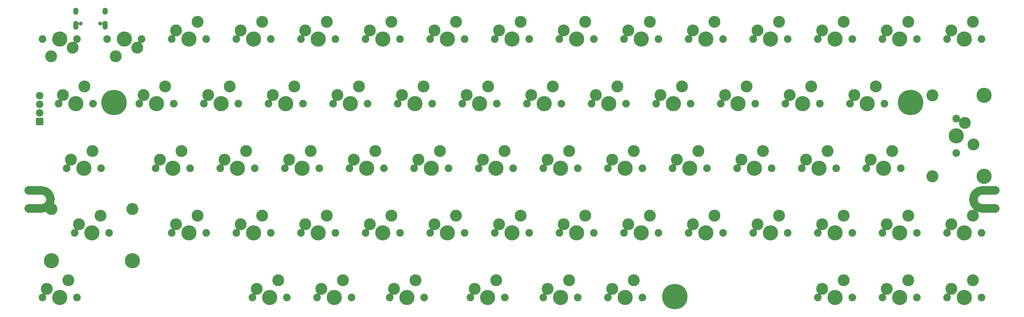
<source format=gbr>
%TF.GenerationSoftware,KiCad,Pcbnew,(6.0.11)*%
%TF.CreationDate,2023-03-31T22:52:27+09:00*%
%TF.ProjectId,KiCad_KMKB-JP_Poker,4b694361-645f-44b4-9d4b-422d4a505f50,rev?*%
%TF.SameCoordinates,Original*%
%TF.FileFunction,Soldermask,Top*%
%TF.FilePolarity,Negative*%
%FSLAX46Y46*%
G04 Gerber Fmt 4.6, Leading zero omitted, Abs format (unit mm)*
G04 Created by KiCad (PCBNEW (6.0.11)) date 2023-03-31 22:52:27*
%MOMM*%
%LPD*%
G01*
G04 APERTURE LIST*
G04 Aperture macros list*
%AMRoundRect*
0 Rectangle with rounded corners*
0 $1 Rounding radius*
0 $2 $3 $4 $5 $6 $7 $8 $9 X,Y pos of 4 corners*
0 Add a 4 corners polygon primitive as box body*
4,1,4,$2,$3,$4,$5,$6,$7,$8,$9,$2,$3,0*
0 Add four circle primitives for the rounded corners*
1,1,$1+$1,$2,$3*
1,1,$1+$1,$4,$5*
1,1,$1+$1,$6,$7*
1,1,$1+$1,$8,$9*
0 Add four rect primitives between the rounded corners*
20,1,$1+$1,$2,$3,$4,$5,0*
20,1,$1+$1,$4,$5,$6,$7,0*
20,1,$1+$1,$6,$7,$8,$9,0*
20,1,$1+$1,$8,$9,$2,$3,0*%
G04 Aperture macros list end*
%ADD10C,2.501900*%
%ADD11C,3.500000*%
%ADD12C,2.250000*%
%ADD13C,4.487800*%
%ADD14C,3.548000*%
%ADD15C,7.500000*%
%ADD16RoundRect,0.250000X0.850000X0.850000X-0.850000X0.850000X-0.850000X-0.850000X0.850000X-0.850000X0*%
%ADD17O,2.200000X2.200000*%
%ADD18C,1.150000*%
%ADD19O,1.500000X2.600000*%
%ADD20O,1.500000X2.100000*%
G04 APERTURE END LIST*
D10*
%TO.C,REF\u002A\u002A*%
X406193750Y-231719700D02*
X410043750Y-231719700D01*
X124993750Y-226417800D02*
X128793750Y-226417800D01*
X124993750Y-231719700D02*
X128793750Y-231719700D01*
X406193750Y-226417800D02*
X409993750Y-226417800D01*
X406193750Y-226417800D02*
G75*
G03*
X403542800Y-229068750I0J-2650950D01*
G01*
X131444700Y-229068750D02*
G75*
G03*
X128793750Y-226417800I-2650949J1D01*
G01*
X128793750Y-231719700D02*
G75*
G03*
X131444700Y-229068750I1J2650949D01*
G01*
X403542800Y-229068750D02*
G75*
G03*
X406193750Y-231719700I2650950J0D01*
G01*
X406193750Y-231719700D02*
X410043750Y-231719700D01*
X124993750Y-226417800D02*
X128793750Y-226417800D01*
X124993750Y-231719700D02*
X128793750Y-231719700D01*
X406193750Y-226417800D02*
X409993750Y-226417800D01*
X406193750Y-226417800D02*
G75*
G03*
X403542800Y-229068750I0J-2650950D01*
G01*
X131444700Y-229068750D02*
G75*
G03*
X128793750Y-226417800I-2650949J1D01*
G01*
X128793750Y-231719700D02*
G75*
G03*
X131444700Y-229068750I1J2650949D01*
G01*
X403542800Y-229068750D02*
G75*
G03*
X406193750Y-231719700I2650950J0D01*
G01*
%TD*%
D11*
%TO.C,K_.1*%
X320833750Y-236378750D03*
D12*
X329723750Y-238918750D03*
D11*
X327183750Y-233838750D03*
D12*
X319563750Y-238918750D03*
D13*
X324643750Y-238918750D03*
%TD*%
%TO.C,K_\u002C1*%
X305593750Y-238918750D03*
D12*
X300513750Y-238918750D03*
D11*
X301783750Y-236378750D03*
X308133750Y-233838750D03*
D12*
X310673750Y-238918750D03*
%TD*%
%TO.C,K_#1*%
X148113750Y-181768750D03*
D13*
X153193750Y-181768750D03*
D11*
X157003750Y-184308750D03*
X150653750Y-186848750D03*
D12*
X158273750Y-181768750D03*
%TD*%
D11*
%TO.C,K_#2*%
X174783750Y-176688750D03*
X168433750Y-179228750D03*
D12*
X167163750Y-181768750D03*
X177323750Y-181768750D03*
D13*
X172243750Y-181768750D03*
%TD*%
%TO.C,K_#3*%
X191293750Y-181768750D03*
D11*
X193833750Y-176688750D03*
D12*
X186213750Y-181768750D03*
X196373750Y-181768750D03*
D11*
X187483750Y-179228750D03*
%TD*%
D12*
%TO.C,K_#4*%
X205263750Y-181768750D03*
D11*
X206533750Y-179228750D03*
X212883750Y-176688750D03*
D12*
X215423750Y-181768750D03*
D13*
X210343750Y-181768750D03*
%TD*%
D12*
%TO.C,K_#5*%
X224313750Y-181768750D03*
D11*
X225583750Y-179228750D03*
D12*
X234473750Y-181768750D03*
D11*
X231933750Y-176688750D03*
D13*
X229393750Y-181768750D03*
%TD*%
D11*
%TO.C,K_#6*%
X250983750Y-176688750D03*
D12*
X253523750Y-181768750D03*
X243363750Y-181768750D03*
D13*
X248443750Y-181768750D03*
D11*
X244633750Y-179228750D03*
%TD*%
%TO.C,K_#7*%
X263683750Y-179228750D03*
D12*
X262413750Y-181768750D03*
D13*
X267493750Y-181768750D03*
D11*
X270033750Y-176688750D03*
D12*
X272573750Y-181768750D03*
%TD*%
%TO.C,K_#8*%
X281463750Y-181768750D03*
D13*
X286543750Y-181768750D03*
D12*
X291623750Y-181768750D03*
D11*
X282733750Y-179228750D03*
X289083750Y-176688750D03*
%TD*%
%TO.C,K_#9*%
X308133750Y-176688750D03*
D13*
X305593750Y-181768750D03*
D11*
X301783750Y-179228750D03*
D12*
X310673750Y-181768750D03*
X300513750Y-181768750D03*
%TD*%
D13*
%TO.C,K_#0_1*%
X324643750Y-181768750D03*
D11*
X320833750Y-179228750D03*
D12*
X329723750Y-181768750D03*
D11*
X327183750Y-176688750D03*
D12*
X319563750Y-181768750D03*
%TD*%
D11*
%TO.C,K_:1*%
X354171250Y-217328750D03*
D12*
X352901250Y-219868750D03*
D13*
X357981250Y-219868750D03*
D11*
X360521250Y-214788750D03*
D12*
X363061250Y-219868750D03*
%TD*%
D11*
%TO.C,K_-1*%
X346233750Y-176688750D03*
D12*
X338613750Y-181768750D03*
D13*
X343693750Y-181768750D03*
D11*
X339883750Y-179228750D03*
D12*
X348773750Y-181768750D03*
%TD*%
%TO.C,K_/1*%
X348773750Y-238918750D03*
D13*
X343693750Y-238918750D03*
D12*
X338613750Y-238918750D03*
D11*
X339883750Y-236378750D03*
X346233750Y-233838750D03*
%TD*%
%TO.C,K_;1*%
X341471250Y-214788750D03*
D13*
X338931250Y-219868750D03*
D11*
X335121250Y-217328750D03*
D12*
X333851250Y-219868750D03*
X344011250Y-219868750D03*
%TD*%
%TO.C,K_@1*%
X358298750Y-200818750D03*
D11*
X355758750Y-195738750D03*
D12*
X348138750Y-200818750D03*
D13*
X353218750Y-200818750D03*
D11*
X349408750Y-198278750D03*
%TD*%
%TO.C,K_]1*%
X379571250Y-214788750D03*
D12*
X382111250Y-219868750D03*
D13*
X377031250Y-219868750D03*
D12*
X371951250Y-219868750D03*
D11*
X373221250Y-217328750D03*
%TD*%
D13*
%TO.C,K_[1*%
X372268750Y-200818750D03*
D11*
X374808750Y-195738750D03*
D12*
X377348750Y-200818750D03*
D11*
X368458750Y-198278750D03*
D12*
X367188750Y-200818750D03*
%TD*%
D13*
%TO.C,K_A1*%
X167481250Y-219868750D03*
D11*
X163671250Y-217328750D03*
X170021250Y-214788750D03*
D12*
X162401250Y-219868750D03*
X172561250Y-219868750D03*
%TD*%
D11*
%TO.C,K_B1*%
X250983750Y-233838750D03*
X244633750Y-236378750D03*
D12*
X253523750Y-238918750D03*
X243363750Y-238918750D03*
D13*
X248443750Y-238918750D03*
%TD*%
%TO.C,K_YEN1*%
X381793750Y-181768750D03*
D11*
X384333750Y-176688750D03*
X377983750Y-179228750D03*
D12*
X386873750Y-181768750D03*
X376713750Y-181768750D03*
%TD*%
D11*
%TO.C,K_C1*%
X206533750Y-236378750D03*
D12*
X205263750Y-238918750D03*
D11*
X212883750Y-233838750D03*
D12*
X215423750Y-238918750D03*
D13*
X210343750Y-238918750D03*
%TD*%
D11*
%TO.C,K_D1*%
X201771250Y-217328750D03*
D13*
X205581250Y-219868750D03*
D11*
X208121250Y-214788750D03*
D12*
X200501250Y-219868750D03*
X210661250Y-219868750D03*
%TD*%
%TO.C,K_E1*%
X205898750Y-200818750D03*
D11*
X203358750Y-195738750D03*
D13*
X200818750Y-200818750D03*
D12*
X195738750Y-200818750D03*
D11*
X197008750Y-198278750D03*
%TD*%
D13*
%TO.C,K_ENTER1*%
X398462500Y-210343750D03*
X406717500Y-222281750D03*
D14*
X391477500Y-198405750D03*
D11*
X401002500Y-206533750D03*
D14*
X391477500Y-222281750D03*
D12*
X398462500Y-205263750D03*
D11*
X403542500Y-212883750D03*
D13*
X406717500Y-198405750D03*
D12*
X398462500Y-215423750D03*
%TD*%
D11*
%TO.C,K_F1*%
X220821250Y-217328750D03*
X227171250Y-214788750D03*
D13*
X224631250Y-219868750D03*
D12*
X229711250Y-219868750D03*
X219551250Y-219868750D03*
%TD*%
%TO.C,K_G1*%
X248761250Y-219868750D03*
D11*
X239871250Y-217328750D03*
X246221250Y-214788750D03*
D12*
X238601250Y-219868750D03*
D13*
X243681250Y-219868750D03*
%TD*%
D11*
%TO.C,K_ESC1*%
X131603750Y-186848750D03*
D12*
X129063750Y-181768750D03*
D11*
X137953750Y-184308750D03*
D13*
X134143750Y-181768750D03*
D12*
X139223750Y-181768750D03*
%TD*%
D13*
%TO.C,K_H1*%
X262731250Y-219868750D03*
D12*
X267811250Y-219868750D03*
D11*
X265271250Y-214788750D03*
X258921250Y-217328750D03*
D12*
X257651250Y-219868750D03*
%TD*%
%TO.C,K_I1*%
X290988750Y-200818750D03*
D11*
X292258750Y-198278750D03*
D13*
X296068750Y-200818750D03*
D11*
X298608750Y-195738750D03*
D12*
X301148750Y-200818750D03*
%TD*%
D11*
%TO.C,K_J1*%
X277971250Y-217328750D03*
D12*
X276701250Y-219868750D03*
D13*
X281781250Y-219868750D03*
D11*
X284321250Y-214788750D03*
D12*
X286861250Y-219868750D03*
%TD*%
D11*
%TO.C,K_K1*%
X303371250Y-214788750D03*
D13*
X300831250Y-219868750D03*
D12*
X305911250Y-219868750D03*
D11*
X297021250Y-217328750D03*
D12*
X295751250Y-219868750D03*
%TD*%
D13*
%TO.C,K_L1*%
X319881250Y-219868750D03*
D11*
X316071250Y-217328750D03*
X322421250Y-214788750D03*
D12*
X324961250Y-219868750D03*
X314801250Y-219868750D03*
%TD*%
D11*
%TO.C,K_LALT1*%
X198596250Y-252888750D03*
D12*
X201136250Y-257968750D03*
D11*
X192246250Y-255428750D03*
D13*
X196056250Y-257968750D03*
D12*
X190976250Y-257968750D03*
%TD*%
%TO.C,K_LCTRL1*%
X129063750Y-257968750D03*
X139223750Y-257968750D03*
D13*
X134143750Y-257968750D03*
D11*
X136683750Y-252888750D03*
X130333750Y-255428750D03*
%TD*%
%TO.C,K_LSFT1*%
X139858750Y-236378750D03*
D12*
X148748750Y-238918750D03*
D11*
X146208750Y-233838750D03*
D13*
X155606750Y-247173750D03*
X131730750Y-247173750D03*
D14*
X131730750Y-231933750D03*
X155606750Y-231933750D03*
D12*
X138588750Y-238918750D03*
D13*
X143668750Y-238918750D03*
%TD*%
D11*
%TO.C,K_M1*%
X289083750Y-233838750D03*
X282733750Y-236378750D03*
D13*
X286543750Y-238918750D03*
D12*
X281463750Y-238918750D03*
X291623750Y-238918750D03*
%TD*%
D13*
%TO.C,K_N1*%
X267493750Y-238918750D03*
D11*
X270033750Y-233838750D03*
D12*
X272573750Y-238918750D03*
D11*
X263683750Y-236378750D03*
D12*
X262413750Y-238918750D03*
%TD*%
%TO.C,K_O1*%
X320198750Y-200818750D03*
D11*
X317658750Y-195738750D03*
D12*
X310038750Y-200818750D03*
D11*
X311308750Y-198278750D03*
D13*
X315118750Y-200818750D03*
%TD*%
D11*
%TO.C,K_P1*%
X336708750Y-195738750D03*
D12*
X329088750Y-200818750D03*
X339248750Y-200818750D03*
D11*
X330358750Y-198278750D03*
D13*
X334168750Y-200818750D03*
%TD*%
%TO.C,K_R1*%
X219868750Y-200818750D03*
D12*
X214788750Y-200818750D03*
D11*
X216058750Y-198278750D03*
D12*
X224948750Y-200818750D03*
D11*
X222408750Y-195738750D03*
%TD*%
%TO.C,K_LEFT1*%
X358933750Y-255428750D03*
D12*
X357663750Y-257968750D03*
D11*
X365283750Y-252888750D03*
D12*
X367823750Y-257968750D03*
D13*
X362743750Y-257968750D03*
%TD*%
D12*
%TO.C,K_RIGHT1*%
X395763750Y-257968750D03*
X405923750Y-257968750D03*
D11*
X403383750Y-252888750D03*
X397033750Y-255428750D03*
D13*
X400843750Y-257968750D03*
%TD*%
D12*
%TO.C,K_RSFT1*%
X405923750Y-238918750D03*
X395763750Y-238918750D03*
D11*
X397033750Y-236378750D03*
D13*
X400843750Y-238918750D03*
D11*
X403383750Y-233838750D03*
%TD*%
D12*
%TO.C,K_S1*%
X191611250Y-219868750D03*
D11*
X182721250Y-217328750D03*
X189071250Y-214788750D03*
D13*
X186531250Y-219868750D03*
D12*
X181451250Y-219868750D03*
%TD*%
D13*
%TO.C,K_T1*%
X238918750Y-200818750D03*
D11*
X235108750Y-198278750D03*
D12*
X233838750Y-200818750D03*
D11*
X241458750Y-195738750D03*
D12*
X243998750Y-200818750D03*
%TD*%
D11*
%TO.C,K_TAB1*%
X141446250Y-195738750D03*
X135096250Y-198278750D03*
D12*
X143986250Y-200818750D03*
X133826250Y-200818750D03*
D13*
X138906250Y-200818750D03*
%TD*%
D11*
%TO.C,K_U1*%
X273208750Y-198278750D03*
X279558750Y-195738750D03*
D12*
X271938750Y-200818750D03*
X282098750Y-200818750D03*
D13*
X277018750Y-200818750D03*
%TD*%
%TO.C,K_V1*%
X229393750Y-238918750D03*
D11*
X231933750Y-233838750D03*
X225583750Y-236378750D03*
D12*
X224313750Y-238918750D03*
X234473750Y-238918750D03*
%TD*%
D11*
%TO.C,K_X1*%
X187483750Y-236378750D03*
D12*
X186213750Y-238918750D03*
X196373750Y-238918750D03*
D11*
X193833750Y-233838750D03*
D13*
X191293750Y-238918750D03*
%TD*%
D11*
%TO.C,K_Y1*%
X260508750Y-195738750D03*
D12*
X252888750Y-200818750D03*
X263048750Y-200818750D03*
D11*
X254158750Y-198278750D03*
D13*
X257968750Y-200818750D03*
%TD*%
D11*
%TO.C,K_Z1*%
X174783750Y-233838750D03*
X168433750Y-236378750D03*
D13*
X172243750Y-238918750D03*
D12*
X167163750Y-238918750D03*
X177323750Y-238918750D03*
%TD*%
%TO.C,K_DOWN1*%
X386873750Y-257968750D03*
X376713750Y-257968750D03*
D11*
X377983750Y-255428750D03*
X384333750Y-252888750D03*
D13*
X381793750Y-257968750D03*
%TD*%
D12*
%TO.C,K_BKSL1*%
X367823750Y-238918750D03*
D11*
X358933750Y-236378750D03*
X365283750Y-233838750D03*
D12*
X357663750Y-238918750D03*
D13*
X362743750Y-238918750D03*
%TD*%
D11*
%TO.C,K_BKSPC1*%
X397033750Y-179228750D03*
D12*
X405923750Y-181768750D03*
D13*
X400843750Y-181768750D03*
D11*
X403383750Y-176688750D03*
D12*
X395763750Y-181768750D03*
%TD*%
D11*
%TO.C,K_W1*%
X177958750Y-198278750D03*
D12*
X176688750Y-200818750D03*
D13*
X181768750Y-200818750D03*
D11*
X184308750Y-195738750D03*
D12*
X186848750Y-200818750D03*
%TD*%
%TO.C,K_Q1*%
X157638750Y-200818750D03*
D11*
X165258750Y-195738750D03*
D13*
X162718750Y-200818750D03*
D11*
X158908750Y-198278750D03*
D12*
X167798750Y-200818750D03*
%TD*%
D11*
%TO.C,K_CAPS1*%
X137477500Y-217328750D03*
D12*
X146367500Y-219868750D03*
D13*
X141287500Y-219868750D03*
D12*
X136207500Y-219868750D03*
D11*
X143827500Y-214788750D03*
%TD*%
%TO.C,K_NHENK1*%
X217646250Y-252888750D03*
D13*
X215106250Y-257968750D03*
D12*
X220186250Y-257968750D03*
D11*
X211296250Y-255428750D03*
D12*
X210026250Y-257968750D03*
%TD*%
D15*
%TO.C,REF\u002A\u002A*%
X150193750Y-200468750D03*
X315493750Y-257768750D03*
X385043750Y-200468750D03*
%TD*%
D12*
%TO.C,K_=1*%
X367823750Y-181768750D03*
X357663750Y-181768750D03*
D11*
X365283750Y-176688750D03*
X358933750Y-179228750D03*
D13*
X362743750Y-181768750D03*
%TD*%
D11*
%TO.C,K_HENK1*%
X277971250Y-255428750D03*
D12*
X286861250Y-257968750D03*
D13*
X281781250Y-257968750D03*
D12*
X276701250Y-257968750D03*
D11*
X284321250Y-252888750D03*
%TD*%
D12*
%TO.C,K_WIN1*%
X305911250Y-257968750D03*
D11*
X297021250Y-255428750D03*
D12*
X295751250Y-257968750D03*
D11*
X303371250Y-252888750D03*
D13*
X300831250Y-257968750D03*
%TD*%
D16*
%TO.C,J1*%
X128270000Y-206111000D03*
D17*
X128270000Y-203571000D03*
X128270000Y-201031000D03*
X128270000Y-198491000D03*
%TD*%
D13*
%TO.C,K_UP1*%
X381793750Y-238918750D03*
D12*
X376713750Y-238918750D03*
X386873750Y-238918750D03*
D11*
X377983750Y-236378750D03*
X384333750Y-233838750D03*
%TD*%
D12*
%TO.C,K_RSPACE1*%
X255270000Y-257968750D03*
D13*
X260350000Y-257968750D03*
D12*
X265430000Y-257968750D03*
D11*
X262890000Y-252888750D03*
X256540000Y-255428750D03*
%TD*%
D13*
%TO.C,K_LSPACE1*%
X236537500Y-257968750D03*
D11*
X232727500Y-255428750D03*
D12*
X241617500Y-257968750D03*
D11*
X239077500Y-252888750D03*
D12*
X231457500Y-257968750D03*
%TD*%
D18*
%TO.C,USB1*%
X140302500Y-177217400D03*
X146082500Y-177217400D03*
D19*
X138872500Y-177747400D03*
D20*
X147512500Y-173567400D03*
X138872500Y-173567400D03*
D19*
X147512500Y-177747400D03*
%TD*%
G36*
X277518834Y-257117182D02*
G01*
X277747815Y-257160656D01*
X277749330Y-257161962D01*
X277748957Y-257163927D01*
X277747776Y-257164593D01*
X277688854Y-257174574D01*
X277637663Y-257221222D01*
X277619819Y-257288132D01*
X277640529Y-257351065D01*
X277640120Y-257353023D01*
X277638221Y-257353648D01*
X277637026Y-257352887D01*
X277535795Y-257217322D01*
X277384880Y-257077817D01*
X277373409Y-257070580D01*
X277372478Y-257068811D01*
X277373545Y-257067119D01*
X277375135Y-257067001D01*
X277518834Y-257117182D01*
G37*
G36*
X191793834Y-257117182D02*
G01*
X192022815Y-257160656D01*
X192024330Y-257161962D01*
X192023957Y-257163927D01*
X192022776Y-257164593D01*
X191963854Y-257174574D01*
X191912663Y-257221222D01*
X191894819Y-257288132D01*
X191915529Y-257351065D01*
X191915120Y-257353023D01*
X191913221Y-257353648D01*
X191912026Y-257352887D01*
X191810795Y-257217322D01*
X191659880Y-257077817D01*
X191648409Y-257070580D01*
X191647478Y-257068811D01*
X191648545Y-257067119D01*
X191650135Y-257067001D01*
X191793834Y-257117182D01*
G37*
G36*
X296568834Y-257117182D02*
G01*
X296797815Y-257160656D01*
X296799330Y-257161962D01*
X296798957Y-257163927D01*
X296797776Y-257164593D01*
X296738854Y-257174574D01*
X296687663Y-257221222D01*
X296669819Y-257288132D01*
X296690529Y-257351065D01*
X296690120Y-257353023D01*
X296688221Y-257353648D01*
X296687026Y-257352887D01*
X296585795Y-257217322D01*
X296434880Y-257077817D01*
X296423409Y-257070580D01*
X296422478Y-257068811D01*
X296423545Y-257067119D01*
X296425135Y-257067001D01*
X296568834Y-257117182D01*
G37*
G36*
X377531334Y-257117182D02*
G01*
X377760315Y-257160656D01*
X377761830Y-257161962D01*
X377761457Y-257163927D01*
X377760276Y-257164593D01*
X377701354Y-257174574D01*
X377650163Y-257221222D01*
X377632319Y-257288132D01*
X377653029Y-257351065D01*
X377652620Y-257353023D01*
X377650721Y-257353648D01*
X377649526Y-257352887D01*
X377548295Y-257217322D01*
X377397380Y-257077817D01*
X377385909Y-257070580D01*
X377384978Y-257068811D01*
X377386045Y-257067119D01*
X377387635Y-257067001D01*
X377531334Y-257117182D01*
G37*
G36*
X129881334Y-257117182D02*
G01*
X130110315Y-257160656D01*
X130111830Y-257161962D01*
X130111457Y-257163927D01*
X130110276Y-257164593D01*
X130051354Y-257174574D01*
X130000163Y-257221222D01*
X129982319Y-257288132D01*
X130003029Y-257351065D01*
X130002620Y-257353023D01*
X130000721Y-257353648D01*
X129999526Y-257352887D01*
X129898295Y-257217322D01*
X129747380Y-257077817D01*
X129735909Y-257070580D01*
X129734978Y-257068811D01*
X129736045Y-257067119D01*
X129737635Y-257067001D01*
X129881334Y-257117182D01*
G37*
G36*
X396581334Y-257117182D02*
G01*
X396810315Y-257160656D01*
X396811830Y-257161962D01*
X396811457Y-257163927D01*
X396810276Y-257164593D01*
X396751354Y-257174574D01*
X396700163Y-257221222D01*
X396682319Y-257288132D01*
X396703029Y-257351065D01*
X396702620Y-257353023D01*
X396700721Y-257353648D01*
X396699526Y-257352887D01*
X396598295Y-257217322D01*
X396447380Y-257077817D01*
X396435909Y-257070580D01*
X396434978Y-257068811D01*
X396436045Y-257067119D01*
X396437635Y-257067001D01*
X396581334Y-257117182D01*
G37*
G36*
X358481334Y-257117182D02*
G01*
X358710315Y-257160656D01*
X358711830Y-257161962D01*
X358711457Y-257163927D01*
X358710276Y-257164593D01*
X358651354Y-257174574D01*
X358600163Y-257221222D01*
X358582319Y-257288132D01*
X358603029Y-257351065D01*
X358602620Y-257353023D01*
X358600721Y-257353648D01*
X358599526Y-257352887D01*
X358498295Y-257217322D01*
X358347380Y-257077817D01*
X358335909Y-257070580D01*
X358334978Y-257068811D01*
X358336045Y-257067119D01*
X358337635Y-257067001D01*
X358481334Y-257117182D01*
G37*
G36*
X232275084Y-257117182D02*
G01*
X232504065Y-257160656D01*
X232505580Y-257161962D01*
X232505207Y-257163927D01*
X232504026Y-257164593D01*
X232445104Y-257174574D01*
X232393913Y-257221222D01*
X232376069Y-257288132D01*
X232396779Y-257351065D01*
X232396370Y-257353023D01*
X232394471Y-257353648D01*
X232393276Y-257352887D01*
X232292045Y-257217322D01*
X232141130Y-257077817D01*
X232129659Y-257070580D01*
X232128728Y-257068811D01*
X232129795Y-257067119D01*
X232131385Y-257067001D01*
X232275084Y-257117182D01*
G37*
G36*
X256087584Y-257117182D02*
G01*
X256316565Y-257160656D01*
X256318080Y-257161962D01*
X256317707Y-257163927D01*
X256316526Y-257164593D01*
X256257604Y-257174574D01*
X256206413Y-257221222D01*
X256188569Y-257288132D01*
X256209279Y-257351065D01*
X256208870Y-257353023D01*
X256206971Y-257353648D01*
X256205776Y-257352887D01*
X256104545Y-257217322D01*
X255953630Y-257077817D01*
X255942159Y-257070580D01*
X255941228Y-257068811D01*
X255942295Y-257067119D01*
X255943885Y-257067001D01*
X256087584Y-257117182D01*
G37*
G36*
X210843834Y-257117182D02*
G01*
X211072815Y-257160656D01*
X211074330Y-257161962D01*
X211073957Y-257163927D01*
X211072776Y-257164593D01*
X211013854Y-257174574D01*
X210962663Y-257221222D01*
X210944819Y-257288132D01*
X210965529Y-257351065D01*
X210965120Y-257353023D01*
X210963221Y-257353648D01*
X210962026Y-257352887D01*
X210860795Y-257217322D01*
X210709880Y-257077817D01*
X210698409Y-257070580D01*
X210697478Y-257068811D01*
X210698545Y-257067119D01*
X210700135Y-257067001D01*
X210843834Y-257117182D01*
G37*
G36*
X129077370Y-256637840D02*
G01*
X129198515Y-256757932D01*
X129373594Y-256886306D01*
X129374399Y-256888137D01*
X129373216Y-256889750D01*
X129372021Y-256889881D01*
X129181134Y-256851911D01*
X129002902Y-256849577D01*
X129001183Y-256848554D01*
X129001209Y-256846554D01*
X129002199Y-256845714D01*
X129060756Y-256822810D01*
X129101376Y-256766715D01*
X129105221Y-256697533D01*
X129075690Y-256641913D01*
X129074493Y-256640618D01*
X129074052Y-256638667D01*
X129075521Y-256637309D01*
X129077370Y-256637840D01*
G37*
G36*
X395777370Y-256637840D02*
G01*
X395898515Y-256757932D01*
X396073594Y-256886306D01*
X396074399Y-256888137D01*
X396073216Y-256889750D01*
X396072021Y-256889881D01*
X395881134Y-256851911D01*
X395702902Y-256849577D01*
X395701183Y-256848554D01*
X395701209Y-256846554D01*
X395702199Y-256845714D01*
X395760756Y-256822810D01*
X395801376Y-256766715D01*
X395805221Y-256697533D01*
X395775690Y-256641913D01*
X395774493Y-256640618D01*
X395774052Y-256638667D01*
X395775521Y-256637309D01*
X395777370Y-256637840D01*
G37*
G36*
X231471120Y-256637840D02*
G01*
X231592265Y-256757932D01*
X231767344Y-256886306D01*
X231768149Y-256888137D01*
X231766966Y-256889750D01*
X231765771Y-256889881D01*
X231574884Y-256851911D01*
X231396652Y-256849577D01*
X231394933Y-256848554D01*
X231394959Y-256846554D01*
X231395949Y-256845714D01*
X231454506Y-256822810D01*
X231495126Y-256766715D01*
X231498971Y-256697533D01*
X231469440Y-256641913D01*
X231468243Y-256640618D01*
X231467802Y-256638667D01*
X231469271Y-256637309D01*
X231471120Y-256637840D01*
G37*
G36*
X190989870Y-256637840D02*
G01*
X191111015Y-256757932D01*
X191286094Y-256886306D01*
X191286899Y-256888137D01*
X191285716Y-256889750D01*
X191284521Y-256889881D01*
X191093634Y-256851911D01*
X190915402Y-256849577D01*
X190913683Y-256848554D01*
X190913709Y-256846554D01*
X190914699Y-256845714D01*
X190973256Y-256822810D01*
X191013876Y-256766715D01*
X191017721Y-256697533D01*
X190988190Y-256641913D01*
X190986993Y-256640618D01*
X190986552Y-256638667D01*
X190988021Y-256637309D01*
X190989870Y-256637840D01*
G37*
G36*
X295764870Y-256637840D02*
G01*
X295886015Y-256757932D01*
X296061094Y-256886306D01*
X296061899Y-256888137D01*
X296060716Y-256889750D01*
X296059521Y-256889881D01*
X295868634Y-256851911D01*
X295690402Y-256849577D01*
X295688683Y-256848554D01*
X295688709Y-256846554D01*
X295689699Y-256845714D01*
X295748256Y-256822810D01*
X295788876Y-256766715D01*
X295792721Y-256697533D01*
X295763190Y-256641913D01*
X295761993Y-256640618D01*
X295761552Y-256638667D01*
X295763021Y-256637309D01*
X295764870Y-256637840D01*
G37*
G36*
X376727370Y-256637840D02*
G01*
X376848515Y-256757932D01*
X377023594Y-256886306D01*
X377024399Y-256888137D01*
X377023216Y-256889750D01*
X377022021Y-256889881D01*
X376831134Y-256851911D01*
X376652902Y-256849577D01*
X376651183Y-256848554D01*
X376651209Y-256846554D01*
X376652199Y-256845714D01*
X376710756Y-256822810D01*
X376751376Y-256766715D01*
X376755221Y-256697533D01*
X376725690Y-256641913D01*
X376724493Y-256640618D01*
X376724052Y-256638667D01*
X376725521Y-256637309D01*
X376727370Y-256637840D01*
G37*
G36*
X255283620Y-256637840D02*
G01*
X255404765Y-256757932D01*
X255579844Y-256886306D01*
X255580649Y-256888137D01*
X255579466Y-256889750D01*
X255578271Y-256889881D01*
X255387384Y-256851911D01*
X255209152Y-256849577D01*
X255207433Y-256848554D01*
X255207459Y-256846554D01*
X255208449Y-256845714D01*
X255267006Y-256822810D01*
X255307626Y-256766715D01*
X255311471Y-256697533D01*
X255281940Y-256641913D01*
X255280743Y-256640618D01*
X255280302Y-256638667D01*
X255281771Y-256637309D01*
X255283620Y-256637840D01*
G37*
G36*
X210039870Y-256637840D02*
G01*
X210161015Y-256757932D01*
X210336094Y-256886306D01*
X210336899Y-256888137D01*
X210335716Y-256889750D01*
X210334521Y-256889881D01*
X210143634Y-256851911D01*
X209965402Y-256849577D01*
X209963683Y-256848554D01*
X209963709Y-256846554D01*
X209964699Y-256845714D01*
X210023256Y-256822810D01*
X210063876Y-256766715D01*
X210067721Y-256697533D01*
X210038190Y-256641913D01*
X210036993Y-256640618D01*
X210036552Y-256638667D01*
X210038021Y-256637309D01*
X210039870Y-256637840D01*
G37*
G36*
X357677370Y-256637840D02*
G01*
X357798515Y-256757932D01*
X357973594Y-256886306D01*
X357974399Y-256888137D01*
X357973216Y-256889750D01*
X357972021Y-256889881D01*
X357781134Y-256851911D01*
X357602902Y-256849577D01*
X357601183Y-256848554D01*
X357601209Y-256846554D01*
X357602199Y-256845714D01*
X357660756Y-256822810D01*
X357701376Y-256766715D01*
X357705221Y-256697533D01*
X357675690Y-256641913D01*
X357674493Y-256640618D01*
X357674052Y-256638667D01*
X357675521Y-256637309D01*
X357677370Y-256637840D01*
G37*
G36*
X276714870Y-256637840D02*
G01*
X276836015Y-256757932D01*
X277011094Y-256886306D01*
X277011899Y-256888137D01*
X277010716Y-256889750D01*
X277009521Y-256889881D01*
X276818634Y-256851911D01*
X276640402Y-256849577D01*
X276638683Y-256848554D01*
X276638709Y-256846554D01*
X276639699Y-256845714D01*
X276698256Y-256822810D01*
X276738876Y-256766715D01*
X276742721Y-256697533D01*
X276713190Y-256641913D01*
X276711993Y-256640618D01*
X276711552Y-256638667D01*
X276713021Y-256637309D01*
X276714870Y-256637840D01*
G37*
G36*
X244181334Y-238067182D02*
G01*
X244410315Y-238110656D01*
X244411830Y-238111962D01*
X244411457Y-238113927D01*
X244410276Y-238114593D01*
X244351354Y-238124574D01*
X244300163Y-238171222D01*
X244282319Y-238238132D01*
X244303029Y-238301065D01*
X244302620Y-238303023D01*
X244300721Y-238303648D01*
X244299526Y-238302887D01*
X244198295Y-238167322D01*
X244047380Y-238027817D01*
X244035909Y-238020580D01*
X244034978Y-238018811D01*
X244036045Y-238017119D01*
X244037635Y-238017001D01*
X244181334Y-238067182D01*
G37*
G36*
X263231334Y-238067182D02*
G01*
X263460315Y-238110656D01*
X263461830Y-238111962D01*
X263461457Y-238113927D01*
X263460276Y-238114593D01*
X263401354Y-238124574D01*
X263350163Y-238171222D01*
X263332319Y-238238132D01*
X263353029Y-238301065D01*
X263352620Y-238303023D01*
X263350721Y-238303648D01*
X263349526Y-238302887D01*
X263248295Y-238167322D01*
X263097380Y-238027817D01*
X263085909Y-238020580D01*
X263084978Y-238018811D01*
X263086045Y-238017119D01*
X263087635Y-238017001D01*
X263231334Y-238067182D01*
G37*
G36*
X187031334Y-238067182D02*
G01*
X187260315Y-238110656D01*
X187261830Y-238111962D01*
X187261457Y-238113927D01*
X187260276Y-238114593D01*
X187201354Y-238124574D01*
X187150163Y-238171222D01*
X187132319Y-238238132D01*
X187153029Y-238301065D01*
X187152620Y-238303023D01*
X187150721Y-238303648D01*
X187149526Y-238302887D01*
X187048295Y-238167322D01*
X186897380Y-238027817D01*
X186885909Y-238020580D01*
X186884978Y-238018811D01*
X186886045Y-238017119D01*
X186887635Y-238017001D01*
X187031334Y-238067182D01*
G37*
G36*
X339431334Y-238067182D02*
G01*
X339660315Y-238110656D01*
X339661830Y-238111962D01*
X339661457Y-238113927D01*
X339660276Y-238114593D01*
X339601354Y-238124574D01*
X339550163Y-238171222D01*
X339532319Y-238238132D01*
X339553029Y-238301065D01*
X339552620Y-238303023D01*
X339550721Y-238303648D01*
X339549526Y-238302887D01*
X339448295Y-238167322D01*
X339297380Y-238027817D01*
X339285909Y-238020580D01*
X339284978Y-238018811D01*
X339286045Y-238017119D01*
X339287635Y-238017001D01*
X339431334Y-238067182D01*
G37*
G36*
X396581334Y-238067182D02*
G01*
X396810315Y-238110656D01*
X396811830Y-238111962D01*
X396811457Y-238113927D01*
X396810276Y-238114593D01*
X396751354Y-238124574D01*
X396700163Y-238171222D01*
X396682319Y-238238132D01*
X396703029Y-238301065D01*
X396702620Y-238303023D01*
X396700721Y-238303648D01*
X396699526Y-238302887D01*
X396598295Y-238167322D01*
X396447380Y-238027817D01*
X396435909Y-238020580D01*
X396434978Y-238018811D01*
X396436045Y-238017119D01*
X396437635Y-238017001D01*
X396581334Y-238067182D01*
G37*
G36*
X225131334Y-238067182D02*
G01*
X225360315Y-238110656D01*
X225361830Y-238111962D01*
X225361457Y-238113927D01*
X225360276Y-238114593D01*
X225301354Y-238124574D01*
X225250163Y-238171222D01*
X225232319Y-238238132D01*
X225253029Y-238301065D01*
X225252620Y-238303023D01*
X225250721Y-238303648D01*
X225249526Y-238302887D01*
X225148295Y-238167322D01*
X224997380Y-238027817D01*
X224985909Y-238020580D01*
X224984978Y-238018811D01*
X224986045Y-238017119D01*
X224987635Y-238017001D01*
X225131334Y-238067182D01*
G37*
G36*
X139406334Y-238067182D02*
G01*
X139635315Y-238110656D01*
X139636830Y-238111962D01*
X139636457Y-238113927D01*
X139635276Y-238114593D01*
X139576354Y-238124574D01*
X139525163Y-238171222D01*
X139507319Y-238238132D01*
X139528029Y-238301065D01*
X139527620Y-238303023D01*
X139525721Y-238303648D01*
X139524526Y-238302887D01*
X139423295Y-238167322D01*
X139272380Y-238027817D01*
X139260909Y-238020580D01*
X139259978Y-238018811D01*
X139261045Y-238017119D01*
X139262635Y-238017001D01*
X139406334Y-238067182D01*
G37*
G36*
X167981334Y-238067182D02*
G01*
X168210315Y-238110656D01*
X168211830Y-238111962D01*
X168211457Y-238113927D01*
X168210276Y-238114593D01*
X168151354Y-238124574D01*
X168100163Y-238171222D01*
X168082319Y-238238132D01*
X168103029Y-238301065D01*
X168102620Y-238303023D01*
X168100721Y-238303648D01*
X168099526Y-238302887D01*
X167998295Y-238167322D01*
X167847380Y-238027817D01*
X167835909Y-238020580D01*
X167834978Y-238018811D01*
X167836045Y-238017119D01*
X167837635Y-238017001D01*
X167981334Y-238067182D01*
G37*
G36*
X301331334Y-238067182D02*
G01*
X301560315Y-238110656D01*
X301561830Y-238111962D01*
X301561457Y-238113927D01*
X301560276Y-238114593D01*
X301501354Y-238124574D01*
X301450163Y-238171222D01*
X301432319Y-238238132D01*
X301453029Y-238301065D01*
X301452620Y-238303023D01*
X301450721Y-238303648D01*
X301449526Y-238302887D01*
X301348295Y-238167322D01*
X301197380Y-238027817D01*
X301185909Y-238020580D01*
X301184978Y-238018811D01*
X301186045Y-238017119D01*
X301187635Y-238017001D01*
X301331334Y-238067182D01*
G37*
G36*
X358481334Y-238067182D02*
G01*
X358710315Y-238110656D01*
X358711830Y-238111962D01*
X358711457Y-238113927D01*
X358710276Y-238114593D01*
X358651354Y-238124574D01*
X358600163Y-238171222D01*
X358582319Y-238238132D01*
X358603029Y-238301065D01*
X358602620Y-238303023D01*
X358600721Y-238303648D01*
X358599526Y-238302887D01*
X358498295Y-238167322D01*
X358347380Y-238027817D01*
X358335909Y-238020580D01*
X358334978Y-238018811D01*
X358336045Y-238017119D01*
X358337635Y-238017001D01*
X358481334Y-238067182D01*
G37*
G36*
X206081334Y-238067182D02*
G01*
X206310315Y-238110656D01*
X206311830Y-238111962D01*
X206311457Y-238113927D01*
X206310276Y-238114593D01*
X206251354Y-238124574D01*
X206200163Y-238171222D01*
X206182319Y-238238132D01*
X206203029Y-238301065D01*
X206202620Y-238303023D01*
X206200721Y-238303648D01*
X206199526Y-238302887D01*
X206098295Y-238167322D01*
X205947380Y-238027817D01*
X205935909Y-238020580D01*
X205934978Y-238018811D01*
X205936045Y-238017119D01*
X205937635Y-238017001D01*
X206081334Y-238067182D01*
G37*
G36*
X377531334Y-238067182D02*
G01*
X377760315Y-238110656D01*
X377761830Y-238111962D01*
X377761457Y-238113927D01*
X377760276Y-238114593D01*
X377701354Y-238124574D01*
X377650163Y-238171222D01*
X377632319Y-238238132D01*
X377653029Y-238301065D01*
X377652620Y-238303023D01*
X377650721Y-238303648D01*
X377649526Y-238302887D01*
X377548295Y-238167322D01*
X377397380Y-238027817D01*
X377385909Y-238020580D01*
X377384978Y-238018811D01*
X377386045Y-238017119D01*
X377387635Y-238017001D01*
X377531334Y-238067182D01*
G37*
G36*
X282281334Y-238067182D02*
G01*
X282510315Y-238110656D01*
X282511830Y-238111962D01*
X282511457Y-238113927D01*
X282510276Y-238114593D01*
X282451354Y-238124574D01*
X282400163Y-238171222D01*
X282382319Y-238238132D01*
X282403029Y-238301065D01*
X282402620Y-238303023D01*
X282400721Y-238303648D01*
X282399526Y-238302887D01*
X282298295Y-238167322D01*
X282147380Y-238027817D01*
X282135909Y-238020580D01*
X282134978Y-238018811D01*
X282136045Y-238017119D01*
X282137635Y-238017001D01*
X282281334Y-238067182D01*
G37*
G36*
X320381334Y-238067182D02*
G01*
X320610315Y-238110656D01*
X320611830Y-238111962D01*
X320611457Y-238113927D01*
X320610276Y-238114593D01*
X320551354Y-238124574D01*
X320500163Y-238171222D01*
X320482319Y-238238132D01*
X320503029Y-238301065D01*
X320502620Y-238303023D01*
X320500721Y-238303648D01*
X320499526Y-238302887D01*
X320398295Y-238167322D01*
X320247380Y-238027817D01*
X320235909Y-238020580D01*
X320234978Y-238018811D01*
X320236045Y-238017119D01*
X320237635Y-238017001D01*
X320381334Y-238067182D01*
G37*
G36*
X138602370Y-237587840D02*
G01*
X138723515Y-237707932D01*
X138898594Y-237836306D01*
X138899399Y-237838137D01*
X138898216Y-237839750D01*
X138897021Y-237839881D01*
X138706134Y-237801911D01*
X138527902Y-237799577D01*
X138526183Y-237798554D01*
X138526209Y-237796554D01*
X138527199Y-237795714D01*
X138585756Y-237772810D01*
X138626376Y-237716715D01*
X138630221Y-237647533D01*
X138600690Y-237591913D01*
X138599493Y-237590618D01*
X138599052Y-237588667D01*
X138600521Y-237587309D01*
X138602370Y-237587840D01*
G37*
G36*
X224327370Y-237587840D02*
G01*
X224448515Y-237707932D01*
X224623594Y-237836306D01*
X224624399Y-237838137D01*
X224623216Y-237839750D01*
X224622021Y-237839881D01*
X224431134Y-237801911D01*
X224252902Y-237799577D01*
X224251183Y-237798554D01*
X224251209Y-237796554D01*
X224252199Y-237795714D01*
X224310756Y-237772810D01*
X224351376Y-237716715D01*
X224355221Y-237647533D01*
X224325690Y-237591913D01*
X224324493Y-237590618D01*
X224324052Y-237588667D01*
X224325521Y-237587309D01*
X224327370Y-237587840D01*
G37*
G36*
X395777370Y-237587840D02*
G01*
X395898515Y-237707932D01*
X396073594Y-237836306D01*
X396074399Y-237838137D01*
X396073216Y-237839750D01*
X396072021Y-237839881D01*
X395881134Y-237801911D01*
X395702902Y-237799577D01*
X395701183Y-237798554D01*
X395701209Y-237796554D01*
X395702199Y-237795714D01*
X395760756Y-237772810D01*
X395801376Y-237716715D01*
X395805221Y-237647533D01*
X395775690Y-237591913D01*
X395774493Y-237590618D01*
X395774052Y-237588667D01*
X395775521Y-237587309D01*
X395777370Y-237587840D01*
G37*
G36*
X300527370Y-237587840D02*
G01*
X300648515Y-237707932D01*
X300823594Y-237836306D01*
X300824399Y-237838137D01*
X300823216Y-237839750D01*
X300822021Y-237839881D01*
X300631134Y-237801911D01*
X300452902Y-237799577D01*
X300451183Y-237798554D01*
X300451209Y-237796554D01*
X300452199Y-237795714D01*
X300510756Y-237772810D01*
X300551376Y-237716715D01*
X300555221Y-237647533D01*
X300525690Y-237591913D01*
X300524493Y-237590618D01*
X300524052Y-237588667D01*
X300525521Y-237587309D01*
X300527370Y-237587840D01*
G37*
G36*
X167177370Y-237587840D02*
G01*
X167298515Y-237707932D01*
X167473594Y-237836306D01*
X167474399Y-237838137D01*
X167473216Y-237839750D01*
X167472021Y-237839881D01*
X167281134Y-237801911D01*
X167102902Y-237799577D01*
X167101183Y-237798554D01*
X167101209Y-237796554D01*
X167102199Y-237795714D01*
X167160756Y-237772810D01*
X167201376Y-237716715D01*
X167205221Y-237647533D01*
X167175690Y-237591913D01*
X167174493Y-237590618D01*
X167174052Y-237588667D01*
X167175521Y-237587309D01*
X167177370Y-237587840D01*
G37*
G36*
X243377370Y-237587840D02*
G01*
X243498515Y-237707932D01*
X243673594Y-237836306D01*
X243674399Y-237838137D01*
X243673216Y-237839750D01*
X243672021Y-237839881D01*
X243481134Y-237801911D01*
X243302902Y-237799577D01*
X243301183Y-237798554D01*
X243301209Y-237796554D01*
X243302199Y-237795714D01*
X243360756Y-237772810D01*
X243401376Y-237716715D01*
X243405221Y-237647533D01*
X243375690Y-237591913D01*
X243374493Y-237590618D01*
X243374052Y-237588667D01*
X243375521Y-237587309D01*
X243377370Y-237587840D01*
G37*
G36*
X357677370Y-237587840D02*
G01*
X357798515Y-237707932D01*
X357973594Y-237836306D01*
X357974399Y-237838137D01*
X357973216Y-237839750D01*
X357972021Y-237839881D01*
X357781134Y-237801911D01*
X357602902Y-237799577D01*
X357601183Y-237798554D01*
X357601209Y-237796554D01*
X357602199Y-237795714D01*
X357660756Y-237772810D01*
X357701376Y-237716715D01*
X357705221Y-237647533D01*
X357675690Y-237591913D01*
X357674493Y-237590618D01*
X357674052Y-237588667D01*
X357675521Y-237587309D01*
X357677370Y-237587840D01*
G37*
G36*
X186227370Y-237587840D02*
G01*
X186348515Y-237707932D01*
X186523594Y-237836306D01*
X186524399Y-237838137D01*
X186523216Y-237839750D01*
X186522021Y-237839881D01*
X186331134Y-237801911D01*
X186152902Y-237799577D01*
X186151183Y-237798554D01*
X186151209Y-237796554D01*
X186152199Y-237795714D01*
X186210756Y-237772810D01*
X186251376Y-237716715D01*
X186255221Y-237647533D01*
X186225690Y-237591913D01*
X186224493Y-237590618D01*
X186224052Y-237588667D01*
X186225521Y-237587309D01*
X186227370Y-237587840D01*
G37*
G36*
X319577370Y-237587840D02*
G01*
X319698515Y-237707932D01*
X319873594Y-237836306D01*
X319874399Y-237838137D01*
X319873216Y-237839750D01*
X319872021Y-237839881D01*
X319681134Y-237801911D01*
X319502902Y-237799577D01*
X319501183Y-237798554D01*
X319501209Y-237796554D01*
X319502199Y-237795714D01*
X319560756Y-237772810D01*
X319601376Y-237716715D01*
X319605221Y-237647533D01*
X319575690Y-237591913D01*
X319574493Y-237590618D01*
X319574052Y-237588667D01*
X319575521Y-237587309D01*
X319577370Y-237587840D01*
G37*
G36*
X262427370Y-237587840D02*
G01*
X262548515Y-237707932D01*
X262723594Y-237836306D01*
X262724399Y-237838137D01*
X262723216Y-237839750D01*
X262722021Y-237839881D01*
X262531134Y-237801911D01*
X262352902Y-237799577D01*
X262351183Y-237798554D01*
X262351209Y-237796554D01*
X262352199Y-237795714D01*
X262410756Y-237772810D01*
X262451376Y-237716715D01*
X262455221Y-237647533D01*
X262425690Y-237591913D01*
X262424493Y-237590618D01*
X262424052Y-237588667D01*
X262425521Y-237587309D01*
X262427370Y-237587840D01*
G37*
G36*
X338627370Y-237587840D02*
G01*
X338748515Y-237707932D01*
X338923594Y-237836306D01*
X338924399Y-237838137D01*
X338923216Y-237839750D01*
X338922021Y-237839881D01*
X338731134Y-237801911D01*
X338552902Y-237799577D01*
X338551183Y-237798554D01*
X338551209Y-237796554D01*
X338552199Y-237795714D01*
X338610756Y-237772810D01*
X338651376Y-237716715D01*
X338655221Y-237647533D01*
X338625690Y-237591913D01*
X338624493Y-237590618D01*
X338624052Y-237588667D01*
X338625521Y-237587309D01*
X338627370Y-237587840D01*
G37*
G36*
X376727370Y-237587840D02*
G01*
X376848515Y-237707932D01*
X377023594Y-237836306D01*
X377024399Y-237838137D01*
X377023216Y-237839750D01*
X377022021Y-237839881D01*
X376831134Y-237801911D01*
X376652902Y-237799577D01*
X376651183Y-237798554D01*
X376651209Y-237796554D01*
X376652199Y-237795714D01*
X376710756Y-237772810D01*
X376751376Y-237716715D01*
X376755221Y-237647533D01*
X376725690Y-237591913D01*
X376724493Y-237590618D01*
X376724052Y-237588667D01*
X376725521Y-237587309D01*
X376727370Y-237587840D01*
G37*
G36*
X205277370Y-237587840D02*
G01*
X205398515Y-237707932D01*
X205573594Y-237836306D01*
X205574399Y-237838137D01*
X205573216Y-237839750D01*
X205572021Y-237839881D01*
X205381134Y-237801911D01*
X205202902Y-237799577D01*
X205201183Y-237798554D01*
X205201209Y-237796554D01*
X205202199Y-237795714D01*
X205260756Y-237772810D01*
X205301376Y-237716715D01*
X205305221Y-237647533D01*
X205275690Y-237591913D01*
X205274493Y-237590618D01*
X205274052Y-237588667D01*
X205275521Y-237587309D01*
X205277370Y-237587840D01*
G37*
G36*
X281477370Y-237587840D02*
G01*
X281598515Y-237707932D01*
X281773594Y-237836306D01*
X281774399Y-237838137D01*
X281773216Y-237839750D01*
X281772021Y-237839881D01*
X281581134Y-237801911D01*
X281402902Y-237799577D01*
X281401183Y-237798554D01*
X281401209Y-237796554D01*
X281402199Y-237795714D01*
X281460756Y-237772810D01*
X281501376Y-237716715D01*
X281505221Y-237647533D01*
X281475690Y-237591913D01*
X281474493Y-237590618D01*
X281474052Y-237588667D01*
X281475521Y-237587309D01*
X281477370Y-237587840D01*
G37*
G36*
X296568834Y-219017182D02*
G01*
X296797815Y-219060656D01*
X296799330Y-219061962D01*
X296798957Y-219063927D01*
X296797776Y-219064593D01*
X296738854Y-219074574D01*
X296687663Y-219121222D01*
X296669819Y-219188132D01*
X296690529Y-219251065D01*
X296690120Y-219253023D01*
X296688221Y-219253648D01*
X296687026Y-219252887D01*
X296585795Y-219117322D01*
X296434880Y-218977817D01*
X296423409Y-218970580D01*
X296422478Y-218968811D01*
X296423545Y-218967119D01*
X296425135Y-218967001D01*
X296568834Y-219017182D01*
G37*
G36*
X220368834Y-219017182D02*
G01*
X220597815Y-219060656D01*
X220599330Y-219061962D01*
X220598957Y-219063927D01*
X220597776Y-219064593D01*
X220538854Y-219074574D01*
X220487663Y-219121222D01*
X220469819Y-219188132D01*
X220490529Y-219251065D01*
X220490120Y-219253023D01*
X220488221Y-219253648D01*
X220487026Y-219252887D01*
X220385795Y-219117322D01*
X220234880Y-218977817D01*
X220223409Y-218970580D01*
X220222478Y-218968811D01*
X220223545Y-218967119D01*
X220225135Y-218967001D01*
X220368834Y-219017182D01*
G37*
G36*
X315618834Y-219017182D02*
G01*
X315847815Y-219060656D01*
X315849330Y-219061962D01*
X315848957Y-219063927D01*
X315847776Y-219064593D01*
X315788854Y-219074574D01*
X315737663Y-219121222D01*
X315719819Y-219188132D01*
X315740529Y-219251065D01*
X315740120Y-219253023D01*
X315738221Y-219253648D01*
X315737026Y-219252887D01*
X315635795Y-219117322D01*
X315484880Y-218977817D01*
X315473409Y-218970580D01*
X315472478Y-218968811D01*
X315473545Y-218967119D01*
X315475135Y-218967001D01*
X315618834Y-219017182D01*
G37*
G36*
X353718834Y-219017182D02*
G01*
X353947815Y-219060656D01*
X353949330Y-219061962D01*
X353948957Y-219063927D01*
X353947776Y-219064593D01*
X353888854Y-219074574D01*
X353837663Y-219121222D01*
X353819819Y-219188132D01*
X353840529Y-219251065D01*
X353840120Y-219253023D01*
X353838221Y-219253648D01*
X353837026Y-219252887D01*
X353735795Y-219117322D01*
X353584880Y-218977817D01*
X353573409Y-218970580D01*
X353572478Y-218968811D01*
X353573545Y-218967119D01*
X353575135Y-218967001D01*
X353718834Y-219017182D01*
G37*
G36*
X137025084Y-219017182D02*
G01*
X137254065Y-219060656D01*
X137255580Y-219061962D01*
X137255207Y-219063927D01*
X137254026Y-219064593D01*
X137195104Y-219074574D01*
X137143913Y-219121222D01*
X137126069Y-219188132D01*
X137146779Y-219251065D01*
X137146370Y-219253023D01*
X137144471Y-219253648D01*
X137143276Y-219252887D01*
X137042045Y-219117322D01*
X136891130Y-218977817D01*
X136879659Y-218970580D01*
X136878728Y-218968811D01*
X136879795Y-218967119D01*
X136881385Y-218967001D01*
X137025084Y-219017182D01*
G37*
G36*
X334668834Y-219017182D02*
G01*
X334897815Y-219060656D01*
X334899330Y-219061962D01*
X334898957Y-219063927D01*
X334897776Y-219064593D01*
X334838854Y-219074574D01*
X334787663Y-219121222D01*
X334769819Y-219188132D01*
X334790529Y-219251065D01*
X334790120Y-219253023D01*
X334788221Y-219253648D01*
X334787026Y-219252887D01*
X334685795Y-219117322D01*
X334534880Y-218977817D01*
X334523409Y-218970580D01*
X334522478Y-218968811D01*
X334523545Y-218967119D01*
X334525135Y-218967001D01*
X334668834Y-219017182D01*
G37*
G36*
X163218834Y-219017182D02*
G01*
X163447815Y-219060656D01*
X163449330Y-219061962D01*
X163448957Y-219063927D01*
X163447776Y-219064593D01*
X163388854Y-219074574D01*
X163337663Y-219121222D01*
X163319819Y-219188132D01*
X163340529Y-219251065D01*
X163340120Y-219253023D01*
X163338221Y-219253648D01*
X163337026Y-219252887D01*
X163235795Y-219117322D01*
X163084880Y-218977817D01*
X163073409Y-218970580D01*
X163072478Y-218968811D01*
X163073545Y-218967119D01*
X163075135Y-218967001D01*
X163218834Y-219017182D01*
G37*
G36*
X372768834Y-219017182D02*
G01*
X372997815Y-219060656D01*
X372999330Y-219061962D01*
X372998957Y-219063927D01*
X372997776Y-219064593D01*
X372938854Y-219074574D01*
X372887663Y-219121222D01*
X372869819Y-219188132D01*
X372890529Y-219251065D01*
X372890120Y-219253023D01*
X372888221Y-219253648D01*
X372887026Y-219252887D01*
X372785795Y-219117322D01*
X372634880Y-218977817D01*
X372623409Y-218970580D01*
X372622478Y-218968811D01*
X372623545Y-218967119D01*
X372625135Y-218967001D01*
X372768834Y-219017182D01*
G37*
G36*
X258468834Y-219017182D02*
G01*
X258697815Y-219060656D01*
X258699330Y-219061962D01*
X258698957Y-219063927D01*
X258697776Y-219064593D01*
X258638854Y-219074574D01*
X258587663Y-219121222D01*
X258569819Y-219188132D01*
X258590529Y-219251065D01*
X258590120Y-219253023D01*
X258588221Y-219253648D01*
X258587026Y-219252887D01*
X258485795Y-219117322D01*
X258334880Y-218977817D01*
X258323409Y-218970580D01*
X258322478Y-218968811D01*
X258323545Y-218967119D01*
X258325135Y-218967001D01*
X258468834Y-219017182D01*
G37*
G36*
X201318834Y-219017182D02*
G01*
X201547815Y-219060656D01*
X201549330Y-219061962D01*
X201548957Y-219063927D01*
X201547776Y-219064593D01*
X201488854Y-219074574D01*
X201437663Y-219121222D01*
X201419819Y-219188132D01*
X201440529Y-219251065D01*
X201440120Y-219253023D01*
X201438221Y-219253648D01*
X201437026Y-219252887D01*
X201335795Y-219117322D01*
X201184880Y-218977817D01*
X201173409Y-218970580D01*
X201172478Y-218968811D01*
X201173545Y-218967119D01*
X201175135Y-218967001D01*
X201318834Y-219017182D01*
G37*
G36*
X182268834Y-219017182D02*
G01*
X182497815Y-219060656D01*
X182499330Y-219061962D01*
X182498957Y-219063927D01*
X182497776Y-219064593D01*
X182438854Y-219074574D01*
X182387663Y-219121222D01*
X182369819Y-219188132D01*
X182390529Y-219251065D01*
X182390120Y-219253023D01*
X182388221Y-219253648D01*
X182387026Y-219252887D01*
X182285795Y-219117322D01*
X182134880Y-218977817D01*
X182123409Y-218970580D01*
X182122478Y-218968811D01*
X182123545Y-218967119D01*
X182125135Y-218967001D01*
X182268834Y-219017182D01*
G37*
G36*
X239418834Y-219017182D02*
G01*
X239647815Y-219060656D01*
X239649330Y-219061962D01*
X239648957Y-219063927D01*
X239647776Y-219064593D01*
X239588854Y-219074574D01*
X239537663Y-219121222D01*
X239519819Y-219188132D01*
X239540529Y-219251065D01*
X239540120Y-219253023D01*
X239538221Y-219253648D01*
X239537026Y-219252887D01*
X239435795Y-219117322D01*
X239284880Y-218977817D01*
X239273409Y-218970580D01*
X239272478Y-218968811D01*
X239273545Y-218967119D01*
X239275135Y-218967001D01*
X239418834Y-219017182D01*
G37*
G36*
X277518834Y-219017182D02*
G01*
X277747815Y-219060656D01*
X277749330Y-219061962D01*
X277748957Y-219063927D01*
X277747776Y-219064593D01*
X277688854Y-219074574D01*
X277637663Y-219121222D01*
X277619819Y-219188132D01*
X277640529Y-219251065D01*
X277640120Y-219253023D01*
X277638221Y-219253648D01*
X277637026Y-219252887D01*
X277535795Y-219117322D01*
X277384880Y-218977817D01*
X277373409Y-218970580D01*
X277372478Y-218968811D01*
X277373545Y-218967119D01*
X277375135Y-218967001D01*
X277518834Y-219017182D01*
G37*
G36*
X333864870Y-218537840D02*
G01*
X333986015Y-218657932D01*
X334161094Y-218786306D01*
X334161899Y-218788137D01*
X334160716Y-218789750D01*
X334159521Y-218789881D01*
X333968634Y-218751911D01*
X333790402Y-218749577D01*
X333788683Y-218748554D01*
X333788709Y-218746554D01*
X333789699Y-218745714D01*
X333848256Y-218722810D01*
X333888876Y-218666715D01*
X333892721Y-218597533D01*
X333863190Y-218541913D01*
X333861993Y-218540618D01*
X333861552Y-218538667D01*
X333863021Y-218537309D01*
X333864870Y-218537840D01*
G37*
G36*
X136221120Y-218537840D02*
G01*
X136342265Y-218657932D01*
X136517344Y-218786306D01*
X136518149Y-218788137D01*
X136516966Y-218789750D01*
X136515771Y-218789881D01*
X136324884Y-218751911D01*
X136146652Y-218749577D01*
X136144933Y-218748554D01*
X136144959Y-218746554D01*
X136145949Y-218745714D01*
X136204506Y-218722810D01*
X136245126Y-218666715D01*
X136248971Y-218597533D01*
X136219440Y-218541913D01*
X136218243Y-218540618D01*
X136217802Y-218538667D01*
X136219271Y-218537309D01*
X136221120Y-218537840D01*
G37*
G36*
X276714870Y-218537840D02*
G01*
X276836015Y-218657932D01*
X277011094Y-218786306D01*
X277011899Y-218788137D01*
X277010716Y-218789750D01*
X277009521Y-218789881D01*
X276818634Y-218751911D01*
X276640402Y-218749577D01*
X276638683Y-218748554D01*
X276638709Y-218746554D01*
X276639699Y-218745714D01*
X276698256Y-218722810D01*
X276738876Y-218666715D01*
X276742721Y-218597533D01*
X276713190Y-218541913D01*
X276711993Y-218540618D01*
X276711552Y-218538667D01*
X276713021Y-218537309D01*
X276714870Y-218537840D01*
G37*
G36*
X219564870Y-218537840D02*
G01*
X219686015Y-218657932D01*
X219861094Y-218786306D01*
X219861899Y-218788137D01*
X219860716Y-218789750D01*
X219859521Y-218789881D01*
X219668634Y-218751911D01*
X219490402Y-218749577D01*
X219488683Y-218748554D01*
X219488709Y-218746554D01*
X219489699Y-218745714D01*
X219548256Y-218722810D01*
X219588876Y-218666715D01*
X219592721Y-218597533D01*
X219563190Y-218541913D01*
X219561993Y-218540618D01*
X219561552Y-218538667D01*
X219563021Y-218537309D01*
X219564870Y-218537840D01*
G37*
G36*
X371964870Y-218537840D02*
G01*
X372086015Y-218657932D01*
X372261094Y-218786306D01*
X372261899Y-218788137D01*
X372260716Y-218789750D01*
X372259521Y-218789881D01*
X372068634Y-218751911D01*
X371890402Y-218749577D01*
X371888683Y-218748554D01*
X371888709Y-218746554D01*
X371889699Y-218745714D01*
X371948256Y-218722810D01*
X371988876Y-218666715D01*
X371992721Y-218597533D01*
X371963190Y-218541913D01*
X371961993Y-218540618D01*
X371961552Y-218538667D01*
X371963021Y-218537309D01*
X371964870Y-218537840D01*
G37*
G36*
X162414870Y-218537840D02*
G01*
X162536015Y-218657932D01*
X162711094Y-218786306D01*
X162711899Y-218788137D01*
X162710716Y-218789750D01*
X162709521Y-218789881D01*
X162518634Y-218751911D01*
X162340402Y-218749577D01*
X162338683Y-218748554D01*
X162338709Y-218746554D01*
X162339699Y-218745714D01*
X162398256Y-218722810D01*
X162438876Y-218666715D01*
X162442721Y-218597533D01*
X162413190Y-218541913D01*
X162411993Y-218540618D01*
X162411552Y-218538667D01*
X162413021Y-218537309D01*
X162414870Y-218537840D01*
G37*
G36*
X352914870Y-218537840D02*
G01*
X353036015Y-218657932D01*
X353211094Y-218786306D01*
X353211899Y-218788137D01*
X353210716Y-218789750D01*
X353209521Y-218789881D01*
X353018634Y-218751911D01*
X352840402Y-218749577D01*
X352838683Y-218748554D01*
X352838709Y-218746554D01*
X352839699Y-218745714D01*
X352898256Y-218722810D01*
X352938876Y-218666715D01*
X352942721Y-218597533D01*
X352913190Y-218541913D01*
X352911993Y-218540618D01*
X352911552Y-218538667D01*
X352913021Y-218537309D01*
X352914870Y-218537840D01*
G37*
G36*
X238614870Y-218537840D02*
G01*
X238736015Y-218657932D01*
X238911094Y-218786306D01*
X238911899Y-218788137D01*
X238910716Y-218789750D01*
X238909521Y-218789881D01*
X238718634Y-218751911D01*
X238540402Y-218749577D01*
X238538683Y-218748554D01*
X238538709Y-218746554D01*
X238539699Y-218745714D01*
X238598256Y-218722810D01*
X238638876Y-218666715D01*
X238642721Y-218597533D01*
X238613190Y-218541913D01*
X238611993Y-218540618D01*
X238611552Y-218538667D01*
X238613021Y-218537309D01*
X238614870Y-218537840D01*
G37*
G36*
X295764870Y-218537840D02*
G01*
X295886015Y-218657932D01*
X296061094Y-218786306D01*
X296061899Y-218788137D01*
X296060716Y-218789750D01*
X296059521Y-218789881D01*
X295868634Y-218751911D01*
X295690402Y-218749577D01*
X295688683Y-218748554D01*
X295688709Y-218746554D01*
X295689699Y-218745714D01*
X295748256Y-218722810D01*
X295788876Y-218666715D01*
X295792721Y-218597533D01*
X295763190Y-218541913D01*
X295761993Y-218540618D01*
X295761552Y-218538667D01*
X295763021Y-218537309D01*
X295764870Y-218537840D01*
G37*
G36*
X181464870Y-218537840D02*
G01*
X181586015Y-218657932D01*
X181761094Y-218786306D01*
X181761899Y-218788137D01*
X181760716Y-218789750D01*
X181759521Y-218789881D01*
X181568634Y-218751911D01*
X181390402Y-218749577D01*
X181388683Y-218748554D01*
X181388709Y-218746554D01*
X181389699Y-218745714D01*
X181448256Y-218722810D01*
X181488876Y-218666715D01*
X181492721Y-218597533D01*
X181463190Y-218541913D01*
X181461993Y-218540618D01*
X181461552Y-218538667D01*
X181463021Y-218537309D01*
X181464870Y-218537840D01*
G37*
G36*
X257664870Y-218537840D02*
G01*
X257786015Y-218657932D01*
X257961094Y-218786306D01*
X257961899Y-218788137D01*
X257960716Y-218789750D01*
X257959521Y-218789881D01*
X257768634Y-218751911D01*
X257590402Y-218749577D01*
X257588683Y-218748554D01*
X257588709Y-218746554D01*
X257589699Y-218745714D01*
X257648256Y-218722810D01*
X257688876Y-218666715D01*
X257692721Y-218597533D01*
X257663190Y-218541913D01*
X257661993Y-218540618D01*
X257661552Y-218538667D01*
X257663021Y-218537309D01*
X257664870Y-218537840D01*
G37*
G36*
X200514870Y-218537840D02*
G01*
X200636015Y-218657932D01*
X200811094Y-218786306D01*
X200811899Y-218788137D01*
X200810716Y-218789750D01*
X200809521Y-218789881D01*
X200618634Y-218751911D01*
X200440402Y-218749577D01*
X200438683Y-218748554D01*
X200438709Y-218746554D01*
X200439699Y-218745714D01*
X200498256Y-218722810D01*
X200538876Y-218666715D01*
X200542721Y-218597533D01*
X200513190Y-218541913D01*
X200511993Y-218540618D01*
X200511552Y-218538667D01*
X200513021Y-218537309D01*
X200514870Y-218537840D01*
G37*
G36*
X314814870Y-218537840D02*
G01*
X314936015Y-218657932D01*
X315111094Y-218786306D01*
X315111899Y-218788137D01*
X315110716Y-218789750D01*
X315109521Y-218789881D01*
X314918634Y-218751911D01*
X314740402Y-218749577D01*
X314738683Y-218748554D01*
X314738709Y-218746554D01*
X314739699Y-218745714D01*
X314798256Y-218722810D01*
X314838876Y-218666715D01*
X314842721Y-218597533D01*
X314813190Y-218541913D01*
X314811993Y-218540618D01*
X314811552Y-218538667D01*
X314813021Y-218537309D01*
X314814870Y-218537840D01*
G37*
G36*
X399362867Y-205934714D02*
G01*
X399362835Y-205936179D01*
X399344835Y-205979103D01*
X399281061Y-206230211D01*
X399255763Y-206481457D01*
X399254594Y-206483081D01*
X399252605Y-206482880D01*
X399251775Y-206481336D01*
X399251678Y-206478868D01*
X399251686Y-206478585D01*
X399268110Y-206318292D01*
X399255418Y-206249906D01*
X399207971Y-206199452D01*
X399140780Y-206182658D01*
X399084457Y-206201686D01*
X399082496Y-206201293D01*
X399081856Y-206199398D01*
X399082840Y-206198046D01*
X399098567Y-206189238D01*
X399256575Y-206057825D01*
X399359453Y-205934127D01*
X399361330Y-205933435D01*
X399362867Y-205934714D01*
G37*
G36*
X399583275Y-205196770D02*
G01*
X399608479Y-205261205D01*
X399664574Y-205301825D01*
X399733747Y-205305671D01*
X399786845Y-205276941D01*
X399788844Y-205276996D01*
X399789796Y-205278755D01*
X399789129Y-205280192D01*
X399745099Y-205319490D01*
X399579431Y-205518684D01*
X399537802Y-205587288D01*
X399536048Y-205588250D01*
X399534339Y-205587212D01*
X399534198Y-205585607D01*
X399554464Y-205525905D01*
X399583962Y-205322458D01*
X399585498Y-205263822D01*
X399579420Y-205197682D01*
X399580258Y-205195866D01*
X399582249Y-205195683D01*
X399583275Y-205196770D01*
G37*
G36*
X253706334Y-199967182D02*
G01*
X253935315Y-200010656D01*
X253936830Y-200011962D01*
X253936457Y-200013927D01*
X253935276Y-200014593D01*
X253876354Y-200024574D01*
X253825163Y-200071222D01*
X253807319Y-200138132D01*
X253828029Y-200201065D01*
X253827620Y-200203023D01*
X253825721Y-200203648D01*
X253824526Y-200202887D01*
X253723295Y-200067322D01*
X253572380Y-199927817D01*
X253560909Y-199920580D01*
X253559978Y-199918811D01*
X253561045Y-199917119D01*
X253562635Y-199917001D01*
X253706334Y-199967182D01*
G37*
G36*
X134643834Y-199967182D02*
G01*
X134872815Y-200010656D01*
X134874330Y-200011962D01*
X134873957Y-200013927D01*
X134872776Y-200014593D01*
X134813854Y-200024574D01*
X134762663Y-200071222D01*
X134744819Y-200138132D01*
X134765529Y-200201065D01*
X134765120Y-200203023D01*
X134763221Y-200203648D01*
X134762026Y-200202887D01*
X134660795Y-200067322D01*
X134509880Y-199927817D01*
X134498409Y-199920580D01*
X134497478Y-199918811D01*
X134498545Y-199917119D01*
X134500135Y-199917001D01*
X134643834Y-199967182D01*
G37*
G36*
X215606334Y-199967182D02*
G01*
X215835315Y-200010656D01*
X215836830Y-200011962D01*
X215836457Y-200013927D01*
X215835276Y-200014593D01*
X215776354Y-200024574D01*
X215725163Y-200071222D01*
X215707319Y-200138132D01*
X215728029Y-200201065D01*
X215727620Y-200203023D01*
X215725721Y-200203648D01*
X215724526Y-200202887D01*
X215623295Y-200067322D01*
X215472380Y-199927817D01*
X215460909Y-199920580D01*
X215459978Y-199918811D01*
X215461045Y-199917119D01*
X215462635Y-199917001D01*
X215606334Y-199967182D01*
G37*
G36*
X291806334Y-199967182D02*
G01*
X292035315Y-200010656D01*
X292036830Y-200011962D01*
X292036457Y-200013927D01*
X292035276Y-200014593D01*
X291976354Y-200024574D01*
X291925163Y-200071222D01*
X291907319Y-200138132D01*
X291928029Y-200201065D01*
X291927620Y-200203023D01*
X291925721Y-200203648D01*
X291924526Y-200202887D01*
X291823295Y-200067322D01*
X291672380Y-199927817D01*
X291660909Y-199920580D01*
X291659978Y-199918811D01*
X291661045Y-199917119D01*
X291662635Y-199917001D01*
X291806334Y-199967182D01*
G37*
G36*
X158456334Y-199967182D02*
G01*
X158685315Y-200010656D01*
X158686830Y-200011962D01*
X158686457Y-200013927D01*
X158685276Y-200014593D01*
X158626354Y-200024574D01*
X158575163Y-200071222D01*
X158557319Y-200138132D01*
X158578029Y-200201065D01*
X158577620Y-200203023D01*
X158575721Y-200203648D01*
X158574526Y-200202887D01*
X158473295Y-200067322D01*
X158322380Y-199927817D01*
X158310909Y-199920580D01*
X158309978Y-199918811D01*
X158311045Y-199917119D01*
X158312635Y-199917001D01*
X158456334Y-199967182D01*
G37*
G36*
X272756334Y-199967182D02*
G01*
X272985315Y-200010656D01*
X272986830Y-200011962D01*
X272986457Y-200013927D01*
X272985276Y-200014593D01*
X272926354Y-200024574D01*
X272875163Y-200071222D01*
X272857319Y-200138132D01*
X272878029Y-200201065D01*
X272877620Y-200203023D01*
X272875721Y-200203648D01*
X272874526Y-200202887D01*
X272773295Y-200067322D01*
X272622380Y-199927817D01*
X272610909Y-199920580D01*
X272609978Y-199918811D01*
X272611045Y-199917119D01*
X272612635Y-199917001D01*
X272756334Y-199967182D01*
G37*
G36*
X177506334Y-199967182D02*
G01*
X177735315Y-200010656D01*
X177736830Y-200011962D01*
X177736457Y-200013927D01*
X177735276Y-200014593D01*
X177676354Y-200024574D01*
X177625163Y-200071222D01*
X177607319Y-200138132D01*
X177628029Y-200201065D01*
X177627620Y-200203023D01*
X177625721Y-200203648D01*
X177624526Y-200202887D01*
X177523295Y-200067322D01*
X177372380Y-199927817D01*
X177360909Y-199920580D01*
X177359978Y-199918811D01*
X177361045Y-199917119D01*
X177362635Y-199917001D01*
X177506334Y-199967182D01*
G37*
G36*
X329906334Y-199967182D02*
G01*
X330135315Y-200010656D01*
X330136830Y-200011962D01*
X330136457Y-200013927D01*
X330135276Y-200014593D01*
X330076354Y-200024574D01*
X330025163Y-200071222D01*
X330007319Y-200138132D01*
X330028029Y-200201065D01*
X330027620Y-200203023D01*
X330025721Y-200203648D01*
X330024526Y-200202887D01*
X329923295Y-200067322D01*
X329772380Y-199927817D01*
X329760909Y-199920580D01*
X329759978Y-199918811D01*
X329761045Y-199917119D01*
X329762635Y-199917001D01*
X329906334Y-199967182D01*
G37*
G36*
X368006334Y-199967182D02*
G01*
X368235315Y-200010656D01*
X368236830Y-200011962D01*
X368236457Y-200013927D01*
X368235276Y-200014593D01*
X368176354Y-200024574D01*
X368125163Y-200071222D01*
X368107319Y-200138132D01*
X368128029Y-200201065D01*
X368127620Y-200203023D01*
X368125721Y-200203648D01*
X368124526Y-200202887D01*
X368023295Y-200067322D01*
X367872380Y-199927817D01*
X367860909Y-199920580D01*
X367859978Y-199918811D01*
X367861045Y-199917119D01*
X367862635Y-199917001D01*
X368006334Y-199967182D01*
G37*
G36*
X234656334Y-199967182D02*
G01*
X234885315Y-200010656D01*
X234886830Y-200011962D01*
X234886457Y-200013927D01*
X234885276Y-200014593D01*
X234826354Y-200024574D01*
X234775163Y-200071222D01*
X234757319Y-200138132D01*
X234778029Y-200201065D01*
X234777620Y-200203023D01*
X234775721Y-200203648D01*
X234774526Y-200202887D01*
X234673295Y-200067322D01*
X234522380Y-199927817D01*
X234510909Y-199920580D01*
X234509978Y-199918811D01*
X234511045Y-199917119D01*
X234512635Y-199917001D01*
X234656334Y-199967182D01*
G37*
G36*
X196556334Y-199967182D02*
G01*
X196785315Y-200010656D01*
X196786830Y-200011962D01*
X196786457Y-200013927D01*
X196785276Y-200014593D01*
X196726354Y-200024574D01*
X196675163Y-200071222D01*
X196657319Y-200138132D01*
X196678029Y-200201065D01*
X196677620Y-200203023D01*
X196675721Y-200203648D01*
X196674526Y-200202887D01*
X196573295Y-200067322D01*
X196422380Y-199927817D01*
X196410909Y-199920580D01*
X196409978Y-199918811D01*
X196411045Y-199917119D01*
X196412635Y-199917001D01*
X196556334Y-199967182D01*
G37*
G36*
X348956334Y-199967182D02*
G01*
X349185315Y-200010656D01*
X349186830Y-200011962D01*
X349186457Y-200013927D01*
X349185276Y-200014593D01*
X349126354Y-200024574D01*
X349075163Y-200071222D01*
X349057319Y-200138132D01*
X349078029Y-200201065D01*
X349077620Y-200203023D01*
X349075721Y-200203648D01*
X349074526Y-200202887D01*
X348973295Y-200067322D01*
X348822380Y-199927817D01*
X348810909Y-199920580D01*
X348809978Y-199918811D01*
X348811045Y-199917119D01*
X348812635Y-199917001D01*
X348956334Y-199967182D01*
G37*
G36*
X310856334Y-199967182D02*
G01*
X311085315Y-200010656D01*
X311086830Y-200011962D01*
X311086457Y-200013927D01*
X311085276Y-200014593D01*
X311026354Y-200024574D01*
X310975163Y-200071222D01*
X310957319Y-200138132D01*
X310978029Y-200201065D01*
X310977620Y-200203023D01*
X310975721Y-200203648D01*
X310974526Y-200202887D01*
X310873295Y-200067322D01*
X310722380Y-199927817D01*
X310710909Y-199920580D01*
X310709978Y-199918811D01*
X310711045Y-199917119D01*
X310712635Y-199917001D01*
X310856334Y-199967182D01*
G37*
G36*
X348152370Y-199487840D02*
G01*
X348273515Y-199607932D01*
X348448594Y-199736306D01*
X348449399Y-199738137D01*
X348448216Y-199739750D01*
X348447021Y-199739881D01*
X348256134Y-199701911D01*
X348077902Y-199699577D01*
X348076183Y-199698554D01*
X348076209Y-199696554D01*
X348077199Y-199695714D01*
X348135756Y-199672810D01*
X348176376Y-199616715D01*
X348180221Y-199547533D01*
X348150690Y-199491913D01*
X348149493Y-199490618D01*
X348149052Y-199488667D01*
X348150521Y-199487309D01*
X348152370Y-199487840D01*
G37*
G36*
X133839870Y-199487840D02*
G01*
X133961015Y-199607932D01*
X134136094Y-199736306D01*
X134136899Y-199738137D01*
X134135716Y-199739750D01*
X134134521Y-199739881D01*
X133943634Y-199701911D01*
X133765402Y-199699577D01*
X133763683Y-199698554D01*
X133763709Y-199696554D01*
X133764699Y-199695714D01*
X133823256Y-199672810D01*
X133863876Y-199616715D01*
X133867721Y-199547533D01*
X133838190Y-199491913D01*
X133836993Y-199490618D01*
X133836552Y-199488667D01*
X133838021Y-199487309D01*
X133839870Y-199487840D01*
G37*
G36*
X252902370Y-199487840D02*
G01*
X253023515Y-199607932D01*
X253198594Y-199736306D01*
X253199399Y-199738137D01*
X253198216Y-199739750D01*
X253197021Y-199739881D01*
X253006134Y-199701911D01*
X252827902Y-199699577D01*
X252826183Y-199698554D01*
X252826209Y-199696554D01*
X252827199Y-199695714D01*
X252885756Y-199672810D01*
X252926376Y-199616715D01*
X252930221Y-199547533D01*
X252900690Y-199491913D01*
X252899493Y-199490618D01*
X252899052Y-199488667D01*
X252900521Y-199487309D01*
X252902370Y-199487840D01*
G37*
G36*
X195752370Y-199487840D02*
G01*
X195873515Y-199607932D01*
X196048594Y-199736306D01*
X196049399Y-199738137D01*
X196048216Y-199739750D01*
X196047021Y-199739881D01*
X195856134Y-199701911D01*
X195677902Y-199699577D01*
X195676183Y-199698554D01*
X195676209Y-199696554D01*
X195677199Y-199695714D01*
X195735756Y-199672810D01*
X195776376Y-199616715D01*
X195780221Y-199547533D01*
X195750690Y-199491913D01*
X195749493Y-199490618D01*
X195749052Y-199488667D01*
X195750521Y-199487309D01*
X195752370Y-199487840D01*
G37*
G36*
X176702370Y-199487840D02*
G01*
X176823515Y-199607932D01*
X176998594Y-199736306D01*
X176999399Y-199738137D01*
X176998216Y-199739750D01*
X176997021Y-199739881D01*
X176806134Y-199701911D01*
X176627902Y-199699577D01*
X176626183Y-199698554D01*
X176626209Y-199696554D01*
X176627199Y-199695714D01*
X176685756Y-199672810D01*
X176726376Y-199616715D01*
X176730221Y-199547533D01*
X176700690Y-199491913D01*
X176699493Y-199490618D01*
X176699052Y-199488667D01*
X176700521Y-199487309D01*
X176702370Y-199487840D01*
G37*
G36*
X214802370Y-199487840D02*
G01*
X214923515Y-199607932D01*
X215098594Y-199736306D01*
X215099399Y-199738137D01*
X215098216Y-199739750D01*
X215097021Y-199739881D01*
X214906134Y-199701911D01*
X214727902Y-199699577D01*
X214726183Y-199698554D01*
X214726209Y-199696554D01*
X214727199Y-199695714D01*
X214785756Y-199672810D01*
X214826376Y-199616715D01*
X214830221Y-199547533D01*
X214800690Y-199491913D01*
X214799493Y-199490618D01*
X214799052Y-199488667D01*
X214800521Y-199487309D01*
X214802370Y-199487840D01*
G37*
G36*
X291002370Y-199487840D02*
G01*
X291123515Y-199607932D01*
X291298594Y-199736306D01*
X291299399Y-199738137D01*
X291298216Y-199739750D01*
X291297021Y-199739881D01*
X291106134Y-199701911D01*
X290927902Y-199699577D01*
X290926183Y-199698554D01*
X290926209Y-199696554D01*
X290927199Y-199695714D01*
X290985756Y-199672810D01*
X291026376Y-199616715D01*
X291030221Y-199547533D01*
X291000690Y-199491913D01*
X290999493Y-199490618D01*
X290999052Y-199488667D01*
X291000521Y-199487309D01*
X291002370Y-199487840D01*
G37*
G36*
X233852370Y-199487840D02*
G01*
X233973515Y-199607932D01*
X234148594Y-199736306D01*
X234149399Y-199738137D01*
X234148216Y-199739750D01*
X234147021Y-199739881D01*
X233956134Y-199701911D01*
X233777902Y-199699577D01*
X233776183Y-199698554D01*
X233776209Y-199696554D01*
X233777199Y-199695714D01*
X233835756Y-199672810D01*
X233876376Y-199616715D01*
X233880221Y-199547533D01*
X233850690Y-199491913D01*
X233849493Y-199490618D01*
X233849052Y-199488667D01*
X233850521Y-199487309D01*
X233852370Y-199487840D01*
G37*
G36*
X157652370Y-199487840D02*
G01*
X157773515Y-199607932D01*
X157948594Y-199736306D01*
X157949399Y-199738137D01*
X157948216Y-199739750D01*
X157947021Y-199739881D01*
X157756134Y-199701911D01*
X157577902Y-199699577D01*
X157576183Y-199698554D01*
X157576209Y-199696554D01*
X157577199Y-199695714D01*
X157635756Y-199672810D01*
X157676376Y-199616715D01*
X157680221Y-199547533D01*
X157650690Y-199491913D01*
X157649493Y-199490618D01*
X157649052Y-199488667D01*
X157650521Y-199487309D01*
X157652370Y-199487840D01*
G37*
G36*
X310052370Y-199487840D02*
G01*
X310173515Y-199607932D01*
X310348594Y-199736306D01*
X310349399Y-199738137D01*
X310348216Y-199739750D01*
X310347021Y-199739881D01*
X310156134Y-199701911D01*
X309977902Y-199699577D01*
X309976183Y-199698554D01*
X309976209Y-199696554D01*
X309977199Y-199695714D01*
X310035756Y-199672810D01*
X310076376Y-199616715D01*
X310080221Y-199547533D01*
X310050690Y-199491913D01*
X310049493Y-199490618D01*
X310049052Y-199488667D01*
X310050521Y-199487309D01*
X310052370Y-199487840D01*
G37*
G36*
X329102370Y-199487840D02*
G01*
X329223515Y-199607932D01*
X329398594Y-199736306D01*
X329399399Y-199738137D01*
X329398216Y-199739750D01*
X329397021Y-199739881D01*
X329206134Y-199701911D01*
X329027902Y-199699577D01*
X329026183Y-199698554D01*
X329026209Y-199696554D01*
X329027199Y-199695714D01*
X329085756Y-199672810D01*
X329126376Y-199616715D01*
X329130221Y-199547533D01*
X329100690Y-199491913D01*
X329099493Y-199490618D01*
X329099052Y-199488667D01*
X329100521Y-199487309D01*
X329102370Y-199487840D01*
G37*
G36*
X271952370Y-199487840D02*
G01*
X272073515Y-199607932D01*
X272248594Y-199736306D01*
X272249399Y-199738137D01*
X272248216Y-199739750D01*
X272247021Y-199739881D01*
X272056134Y-199701911D01*
X271877902Y-199699577D01*
X271876183Y-199698554D01*
X271876209Y-199696554D01*
X271877199Y-199695714D01*
X271935756Y-199672810D01*
X271976376Y-199616715D01*
X271980221Y-199547533D01*
X271950690Y-199491913D01*
X271949493Y-199490618D01*
X271949052Y-199488667D01*
X271950521Y-199487309D01*
X271952370Y-199487840D01*
G37*
G36*
X367202370Y-199487840D02*
G01*
X367323515Y-199607932D01*
X367498594Y-199736306D01*
X367499399Y-199738137D01*
X367498216Y-199739750D01*
X367497021Y-199739881D01*
X367306134Y-199701911D01*
X367127902Y-199699577D01*
X367126183Y-199698554D01*
X367126209Y-199696554D01*
X367127199Y-199695714D01*
X367185756Y-199672810D01*
X367226376Y-199616715D01*
X367230221Y-199547533D01*
X367200690Y-199491913D01*
X367199493Y-199490618D01*
X367199052Y-199488667D01*
X367200521Y-199487309D01*
X367202370Y-199487840D01*
G37*
G36*
X158127174Y-182882134D02*
G01*
X158328942Y-182890062D01*
X158330633Y-182891129D01*
X158330554Y-182893127D01*
X158329592Y-182893923D01*
X158276430Y-182914717D01*
X158235810Y-182970811D01*
X158231965Y-183039974D01*
X158261203Y-183093015D01*
X158261163Y-183095015D01*
X158259411Y-183095981D01*
X158258081Y-183095438D01*
X158103798Y-182950303D01*
X157955107Y-182847152D01*
X157954254Y-182845343D01*
X157955394Y-182843700D01*
X157956688Y-182843558D01*
X158127174Y-182882134D01*
G37*
G36*
X139077174Y-182882134D02*
G01*
X139278942Y-182890062D01*
X139280633Y-182891129D01*
X139280554Y-182893127D01*
X139279592Y-182893923D01*
X139226430Y-182914717D01*
X139185810Y-182970811D01*
X139181965Y-183039974D01*
X139211203Y-183093015D01*
X139211163Y-183095015D01*
X139209411Y-183095981D01*
X139208081Y-183095438D01*
X139053798Y-182950303D01*
X138905107Y-182847152D01*
X138904254Y-182845343D01*
X138905394Y-182843700D01*
X138906688Y-182843558D01*
X139077174Y-182882134D01*
G37*
G36*
X138285694Y-182379040D02*
G01*
X138369817Y-182498071D01*
X138517032Y-182641480D01*
X138554783Y-182666705D01*
X138555668Y-182668499D01*
X138554557Y-182670162D01*
X138553062Y-182670273D01*
X138361808Y-182609053D01*
X138167582Y-182577420D01*
X138166033Y-182576155D01*
X138166354Y-182574181D01*
X138168076Y-182573453D01*
X138170514Y-182573664D01*
X138238693Y-182559900D01*
X138288394Y-182511667D01*
X138304132Y-182444211D01*
X138282171Y-182380849D01*
X138282549Y-182378885D01*
X138284439Y-182378230D01*
X138285694Y-182379040D01*
G37*
G36*
X157335694Y-182379040D02*
G01*
X157419817Y-182498071D01*
X157567032Y-182641480D01*
X157604783Y-182666705D01*
X157605668Y-182668499D01*
X157604557Y-182670162D01*
X157603062Y-182670273D01*
X157411808Y-182609053D01*
X157217582Y-182577420D01*
X157216033Y-182576155D01*
X157216354Y-182574181D01*
X157218076Y-182573453D01*
X157220514Y-182573664D01*
X157288693Y-182559900D01*
X157338394Y-182511667D01*
X157354132Y-182444211D01*
X157332171Y-182380849D01*
X157332549Y-182378885D01*
X157334439Y-182378230D01*
X157335694Y-182379040D01*
G37*
G36*
X225131334Y-180917182D02*
G01*
X225360315Y-180960656D01*
X225361830Y-180961962D01*
X225361457Y-180963927D01*
X225360276Y-180964593D01*
X225301354Y-180974574D01*
X225250163Y-181021222D01*
X225232319Y-181088132D01*
X225253029Y-181151065D01*
X225252620Y-181153023D01*
X225250721Y-181153648D01*
X225249526Y-181152887D01*
X225148295Y-181017322D01*
X224997380Y-180877817D01*
X224985909Y-180870580D01*
X224984978Y-180868811D01*
X224986045Y-180867119D01*
X224987635Y-180867001D01*
X225131334Y-180917182D01*
G37*
G36*
X282281334Y-180917182D02*
G01*
X282510315Y-180960656D01*
X282511830Y-180961962D01*
X282511457Y-180963927D01*
X282510276Y-180964593D01*
X282451354Y-180974574D01*
X282400163Y-181021222D01*
X282382319Y-181088132D01*
X282403029Y-181151065D01*
X282402620Y-181153023D01*
X282400721Y-181153648D01*
X282399526Y-181152887D01*
X282298295Y-181017322D01*
X282147380Y-180877817D01*
X282135909Y-180870580D01*
X282134978Y-180868811D01*
X282136045Y-180867119D01*
X282137635Y-180867001D01*
X282281334Y-180917182D01*
G37*
G36*
X377531334Y-180917182D02*
G01*
X377760315Y-180960656D01*
X377761830Y-180961962D01*
X377761457Y-180963927D01*
X377760276Y-180964593D01*
X377701354Y-180974574D01*
X377650163Y-181021222D01*
X377632319Y-181088132D01*
X377653029Y-181151065D01*
X377652620Y-181153023D01*
X377650721Y-181153648D01*
X377649526Y-181152887D01*
X377548295Y-181017322D01*
X377397380Y-180877817D01*
X377385909Y-180870580D01*
X377384978Y-180868811D01*
X377386045Y-180867119D01*
X377387635Y-180867001D01*
X377531334Y-180917182D01*
G37*
G36*
X301331334Y-180917182D02*
G01*
X301560315Y-180960656D01*
X301561830Y-180961962D01*
X301561457Y-180963927D01*
X301560276Y-180964593D01*
X301501354Y-180974574D01*
X301450163Y-181021222D01*
X301432319Y-181088132D01*
X301453029Y-181151065D01*
X301452620Y-181153023D01*
X301450721Y-181153648D01*
X301449526Y-181152887D01*
X301348295Y-181017322D01*
X301197380Y-180877817D01*
X301185909Y-180870580D01*
X301184978Y-180868811D01*
X301186045Y-180867119D01*
X301187635Y-180867001D01*
X301331334Y-180917182D01*
G37*
G36*
X187031334Y-180917182D02*
G01*
X187260315Y-180960656D01*
X187261830Y-180961962D01*
X187261457Y-180963927D01*
X187260276Y-180964593D01*
X187201354Y-180974574D01*
X187150163Y-181021222D01*
X187132319Y-181088132D01*
X187153029Y-181151065D01*
X187152620Y-181153023D01*
X187150721Y-181153648D01*
X187149526Y-181152887D01*
X187048295Y-181017322D01*
X186897380Y-180877817D01*
X186885909Y-180870580D01*
X186884978Y-180868811D01*
X186886045Y-180867119D01*
X186887635Y-180867001D01*
X187031334Y-180917182D01*
G37*
G36*
X358481334Y-180917182D02*
G01*
X358710315Y-180960656D01*
X358711830Y-180961962D01*
X358711457Y-180963927D01*
X358710276Y-180964593D01*
X358651354Y-180974574D01*
X358600163Y-181021222D01*
X358582319Y-181088132D01*
X358603029Y-181151065D01*
X358602620Y-181153023D01*
X358600721Y-181153648D01*
X358599526Y-181152887D01*
X358498295Y-181017322D01*
X358347380Y-180877817D01*
X358335909Y-180870580D01*
X358334978Y-180868811D01*
X358336045Y-180867119D01*
X358337635Y-180867001D01*
X358481334Y-180917182D01*
G37*
G36*
X320381334Y-180917182D02*
G01*
X320610315Y-180960656D01*
X320611830Y-180961962D01*
X320611457Y-180963927D01*
X320610276Y-180964593D01*
X320551354Y-180974574D01*
X320500163Y-181021222D01*
X320482319Y-181088132D01*
X320503029Y-181151065D01*
X320502620Y-181153023D01*
X320500721Y-181153648D01*
X320499526Y-181152887D01*
X320398295Y-181017322D01*
X320247380Y-180877817D01*
X320235909Y-180870580D01*
X320234978Y-180868811D01*
X320236045Y-180867119D01*
X320237635Y-180867001D01*
X320381334Y-180917182D01*
G37*
G36*
X263231334Y-180917182D02*
G01*
X263460315Y-180960656D01*
X263461830Y-180961962D01*
X263461457Y-180963927D01*
X263460276Y-180964593D01*
X263401354Y-180974574D01*
X263350163Y-181021222D01*
X263332319Y-181088132D01*
X263353029Y-181151065D01*
X263352620Y-181153023D01*
X263350721Y-181153648D01*
X263349526Y-181152887D01*
X263248295Y-181017322D01*
X263097380Y-180877817D01*
X263085909Y-180870580D01*
X263084978Y-180868811D01*
X263086045Y-180867119D01*
X263087635Y-180867001D01*
X263231334Y-180917182D01*
G37*
G36*
X167981334Y-180917182D02*
G01*
X168210315Y-180960656D01*
X168211830Y-180961962D01*
X168211457Y-180963927D01*
X168210276Y-180964593D01*
X168151354Y-180974574D01*
X168100163Y-181021222D01*
X168082319Y-181088132D01*
X168103029Y-181151065D01*
X168102620Y-181153023D01*
X168100721Y-181153648D01*
X168099526Y-181152887D01*
X167998295Y-181017322D01*
X167847380Y-180877817D01*
X167835909Y-180870580D01*
X167834978Y-180868811D01*
X167836045Y-180867119D01*
X167837635Y-180867001D01*
X167981334Y-180917182D01*
G37*
G36*
X206081334Y-180917182D02*
G01*
X206310315Y-180960656D01*
X206311830Y-180961962D01*
X206311457Y-180963927D01*
X206310276Y-180964593D01*
X206251354Y-180974574D01*
X206200163Y-181021222D01*
X206182319Y-181088132D01*
X206203029Y-181151065D01*
X206202620Y-181153023D01*
X206200721Y-181153648D01*
X206199526Y-181152887D01*
X206098295Y-181017322D01*
X205947380Y-180877817D01*
X205935909Y-180870580D01*
X205934978Y-180868811D01*
X205936045Y-180867119D01*
X205937635Y-180867001D01*
X206081334Y-180917182D01*
G37*
G36*
X339431334Y-180917182D02*
G01*
X339660315Y-180960656D01*
X339661830Y-180961962D01*
X339661457Y-180963927D01*
X339660276Y-180964593D01*
X339601354Y-180974574D01*
X339550163Y-181021222D01*
X339532319Y-181088132D01*
X339553029Y-181151065D01*
X339552620Y-181153023D01*
X339550721Y-181153648D01*
X339549526Y-181152887D01*
X339448295Y-181017322D01*
X339297380Y-180877817D01*
X339285909Y-180870580D01*
X339284978Y-180868811D01*
X339286045Y-180867119D01*
X339287635Y-180867001D01*
X339431334Y-180917182D01*
G37*
G36*
X244181334Y-180917182D02*
G01*
X244410315Y-180960656D01*
X244411830Y-180961962D01*
X244411457Y-180963927D01*
X244410276Y-180964593D01*
X244351354Y-180974574D01*
X244300163Y-181021222D01*
X244282319Y-181088132D01*
X244303029Y-181151065D01*
X244302620Y-181153023D01*
X244300721Y-181153648D01*
X244299526Y-181152887D01*
X244198295Y-181017322D01*
X244047380Y-180877817D01*
X244035909Y-180870580D01*
X244034978Y-180868811D01*
X244036045Y-180867119D01*
X244037635Y-180867001D01*
X244181334Y-180917182D01*
G37*
G36*
X396581334Y-180917182D02*
G01*
X396810315Y-180960656D01*
X396811830Y-180961962D01*
X396811457Y-180963927D01*
X396810276Y-180964593D01*
X396751354Y-180974574D01*
X396700163Y-181021222D01*
X396682319Y-181088132D01*
X396703029Y-181151065D01*
X396702620Y-181153023D01*
X396700721Y-181153648D01*
X396699526Y-181152887D01*
X396598295Y-181017322D01*
X396447380Y-180877817D01*
X396435909Y-180870580D01*
X396434978Y-180868811D01*
X396436045Y-180867119D01*
X396437635Y-180867001D01*
X396581334Y-180917182D01*
G37*
G36*
X243377370Y-180437840D02*
G01*
X243498515Y-180557932D01*
X243673594Y-180686306D01*
X243674399Y-180688137D01*
X243673216Y-180689750D01*
X243672021Y-180689881D01*
X243481134Y-180651911D01*
X243302902Y-180649577D01*
X243301183Y-180648554D01*
X243301209Y-180646554D01*
X243302199Y-180645714D01*
X243360756Y-180622810D01*
X243401376Y-180566715D01*
X243405221Y-180497533D01*
X243375690Y-180441913D01*
X243374493Y-180440618D01*
X243374052Y-180438667D01*
X243375521Y-180437309D01*
X243377370Y-180437840D01*
G37*
G36*
X167177370Y-180437840D02*
G01*
X167298515Y-180557932D01*
X167473594Y-180686306D01*
X167474399Y-180688137D01*
X167473216Y-180689750D01*
X167472021Y-180689881D01*
X167281134Y-180651911D01*
X167102902Y-180649577D01*
X167101183Y-180648554D01*
X167101209Y-180646554D01*
X167102199Y-180645714D01*
X167160756Y-180622810D01*
X167201376Y-180566715D01*
X167205221Y-180497533D01*
X167175690Y-180441913D01*
X167174493Y-180440618D01*
X167174052Y-180438667D01*
X167175521Y-180437309D01*
X167177370Y-180437840D01*
G37*
G36*
X319577370Y-180437840D02*
G01*
X319698515Y-180557932D01*
X319873594Y-180686306D01*
X319874399Y-180688137D01*
X319873216Y-180689750D01*
X319872021Y-180689881D01*
X319681134Y-180651911D01*
X319502902Y-180649577D01*
X319501183Y-180648554D01*
X319501209Y-180646554D01*
X319502199Y-180645714D01*
X319560756Y-180622810D01*
X319601376Y-180566715D01*
X319605221Y-180497533D01*
X319575690Y-180441913D01*
X319574493Y-180440618D01*
X319574052Y-180438667D01*
X319575521Y-180437309D01*
X319577370Y-180437840D01*
G37*
G36*
X186227370Y-180437840D02*
G01*
X186348515Y-180557932D01*
X186523594Y-180686306D01*
X186524399Y-180688137D01*
X186523216Y-180689750D01*
X186522021Y-180689881D01*
X186331134Y-180651911D01*
X186152902Y-180649577D01*
X186151183Y-180648554D01*
X186151209Y-180646554D01*
X186152199Y-180645714D01*
X186210756Y-180622810D01*
X186251376Y-180566715D01*
X186255221Y-180497533D01*
X186225690Y-180441913D01*
X186224493Y-180440618D01*
X186224052Y-180438667D01*
X186225521Y-180437309D01*
X186227370Y-180437840D01*
G37*
G36*
X300527370Y-180437840D02*
G01*
X300648515Y-180557932D01*
X300823594Y-180686306D01*
X300824399Y-180688137D01*
X300823216Y-180689750D01*
X300822021Y-180689881D01*
X300631134Y-180651911D01*
X300452902Y-180649577D01*
X300451183Y-180648554D01*
X300451209Y-180646554D01*
X300452199Y-180645714D01*
X300510756Y-180622810D01*
X300551376Y-180566715D01*
X300555221Y-180497533D01*
X300525690Y-180441913D01*
X300524493Y-180440618D01*
X300524052Y-180438667D01*
X300525521Y-180437309D01*
X300527370Y-180437840D01*
G37*
G36*
X205277370Y-180437840D02*
G01*
X205398515Y-180557932D01*
X205573594Y-180686306D01*
X205574399Y-180688137D01*
X205573216Y-180689750D01*
X205572021Y-180689881D01*
X205381134Y-180651911D01*
X205202902Y-180649577D01*
X205201183Y-180648554D01*
X205201209Y-180646554D01*
X205202199Y-180645714D01*
X205260756Y-180622810D01*
X205301376Y-180566715D01*
X205305221Y-180497533D01*
X205275690Y-180441913D01*
X205274493Y-180440618D01*
X205274052Y-180438667D01*
X205275521Y-180437309D01*
X205277370Y-180437840D01*
G37*
G36*
X281477370Y-180437840D02*
G01*
X281598515Y-180557932D01*
X281773594Y-180686306D01*
X281774399Y-180688137D01*
X281773216Y-180689750D01*
X281772021Y-180689881D01*
X281581134Y-180651911D01*
X281402902Y-180649577D01*
X281401183Y-180648554D01*
X281401209Y-180646554D01*
X281402199Y-180645714D01*
X281460756Y-180622810D01*
X281501376Y-180566715D01*
X281505221Y-180497533D01*
X281475690Y-180441913D01*
X281474493Y-180440618D01*
X281474052Y-180438667D01*
X281475521Y-180437309D01*
X281477370Y-180437840D01*
G37*
G36*
X224327370Y-180437840D02*
G01*
X224448515Y-180557932D01*
X224623594Y-180686306D01*
X224624399Y-180688137D01*
X224623216Y-180689750D01*
X224622021Y-180689881D01*
X224431134Y-180651911D01*
X224252902Y-180649577D01*
X224251183Y-180648554D01*
X224251209Y-180646554D01*
X224252199Y-180645714D01*
X224310756Y-180622810D01*
X224351376Y-180566715D01*
X224355221Y-180497533D01*
X224325690Y-180441913D01*
X224324493Y-180440618D01*
X224324052Y-180438667D01*
X224325521Y-180437309D01*
X224327370Y-180437840D01*
G37*
G36*
X262427370Y-180437840D02*
G01*
X262548515Y-180557932D01*
X262723594Y-180686306D01*
X262724399Y-180688137D01*
X262723216Y-180689750D01*
X262722021Y-180689881D01*
X262531134Y-180651911D01*
X262352902Y-180649577D01*
X262351183Y-180648554D01*
X262351209Y-180646554D01*
X262352199Y-180645714D01*
X262410756Y-180622810D01*
X262451376Y-180566715D01*
X262455221Y-180497533D01*
X262425690Y-180441913D01*
X262424493Y-180440618D01*
X262424052Y-180438667D01*
X262425521Y-180437309D01*
X262427370Y-180437840D01*
G37*
G36*
X338627370Y-180437840D02*
G01*
X338748515Y-180557932D01*
X338923594Y-180686306D01*
X338924399Y-180688137D01*
X338923216Y-180689750D01*
X338922021Y-180689881D01*
X338731134Y-180651911D01*
X338552902Y-180649577D01*
X338551183Y-180648554D01*
X338551209Y-180646554D01*
X338552199Y-180645714D01*
X338610756Y-180622810D01*
X338651376Y-180566715D01*
X338655221Y-180497533D01*
X338625690Y-180441913D01*
X338624493Y-180440618D01*
X338624052Y-180438667D01*
X338625521Y-180437309D01*
X338627370Y-180437840D01*
G37*
G36*
X357677370Y-180437840D02*
G01*
X357798515Y-180557932D01*
X357973594Y-180686306D01*
X357974399Y-180688137D01*
X357973216Y-180689750D01*
X357972021Y-180689881D01*
X357781134Y-180651911D01*
X357602902Y-180649577D01*
X357601183Y-180648554D01*
X357601209Y-180646554D01*
X357602199Y-180645714D01*
X357660756Y-180622810D01*
X357701376Y-180566715D01*
X357705221Y-180497533D01*
X357675690Y-180441913D01*
X357674493Y-180440618D01*
X357674052Y-180438667D01*
X357675521Y-180437309D01*
X357677370Y-180437840D01*
G37*
G36*
X376727370Y-180437840D02*
G01*
X376848515Y-180557932D01*
X377023594Y-180686306D01*
X377024399Y-180688137D01*
X377023216Y-180689750D01*
X377022021Y-180689881D01*
X376831134Y-180651911D01*
X376652902Y-180649577D01*
X376651183Y-180648554D01*
X376651209Y-180646554D01*
X376652199Y-180645714D01*
X376710756Y-180622810D01*
X376751376Y-180566715D01*
X376755221Y-180497533D01*
X376725690Y-180441913D01*
X376724493Y-180440618D01*
X376724052Y-180438667D01*
X376725521Y-180437309D01*
X376727370Y-180437840D01*
G37*
G36*
X395777370Y-180437840D02*
G01*
X395898515Y-180557932D01*
X396073594Y-180686306D01*
X396074399Y-180688137D01*
X396073216Y-180689750D01*
X396072021Y-180689881D01*
X395881134Y-180651911D01*
X395702902Y-180649577D01*
X395701183Y-180648554D01*
X395701209Y-180646554D01*
X395702199Y-180645714D01*
X395760756Y-180622810D01*
X395801376Y-180566715D01*
X395805221Y-180497533D01*
X395775690Y-180441913D01*
X395774493Y-180440618D01*
X395774052Y-180438667D01*
X395775521Y-180437309D01*
X395777370Y-180437840D01*
G37*
G36*
X139550006Y-176874811D02*
G01*
X139554379Y-176882089D01*
X139554561Y-176882481D01*
X139569018Y-176925439D01*
X139608877Y-176982442D01*
X139672950Y-177008733D01*
X139741110Y-176996201D01*
X139786457Y-176957002D01*
X139797999Y-176940579D01*
X139799813Y-176939737D01*
X139801449Y-176940887D01*
X139801483Y-176942494D01*
X139749042Y-177069101D01*
X139729517Y-177217400D01*
X139749042Y-177365699D01*
X139806281Y-177503890D01*
X139882271Y-177602920D01*
X139882532Y-177604903D01*
X139880945Y-177606121D01*
X139879338Y-177605617D01*
X139866573Y-177594002D01*
X139866259Y-177593638D01*
X139849751Y-177569070D01*
X139796261Y-177524605D01*
X139727520Y-177516154D01*
X139665123Y-177546208D01*
X139628794Y-177605366D01*
X139624482Y-177637698D01*
X139623262Y-177639283D01*
X139621280Y-177639019D01*
X139620500Y-177637434D01*
X139620500Y-177197520D01*
X139600424Y-177025324D01*
X139546412Y-176876523D01*
X139546761Y-176874554D01*
X139548641Y-176873872D01*
X139550006Y-176874811D01*
G37*
G36*
X146809494Y-176942819D02*
G01*
X146809608Y-176944102D01*
X146770236Y-177105003D01*
X146764500Y-177197460D01*
X146764500Y-177635917D01*
X146763500Y-177637649D01*
X146761500Y-177637649D01*
X146760581Y-177636480D01*
X146740904Y-177569465D01*
X146688561Y-177524110D01*
X146620008Y-177514253D01*
X146556845Y-177543099D01*
X146537548Y-177564236D01*
X146506707Y-177607155D01*
X146506382Y-177607509D01*
X146500038Y-177612928D01*
X146498072Y-177613292D01*
X146496773Y-177611772D01*
X146497152Y-177610189D01*
X146578719Y-177503890D01*
X146635958Y-177365699D01*
X146655483Y-177217400D01*
X146635958Y-177069101D01*
X146584685Y-176945316D01*
X146584946Y-176943333D01*
X146586794Y-176942568D01*
X146588181Y-176943418D01*
X146596399Y-176955374D01*
X146650349Y-176999275D01*
X146719176Y-177007006D01*
X146781342Y-176976257D01*
X146806050Y-176942447D01*
X146807880Y-176941639D01*
X146809494Y-176942819D01*
G37*
M02*

</source>
